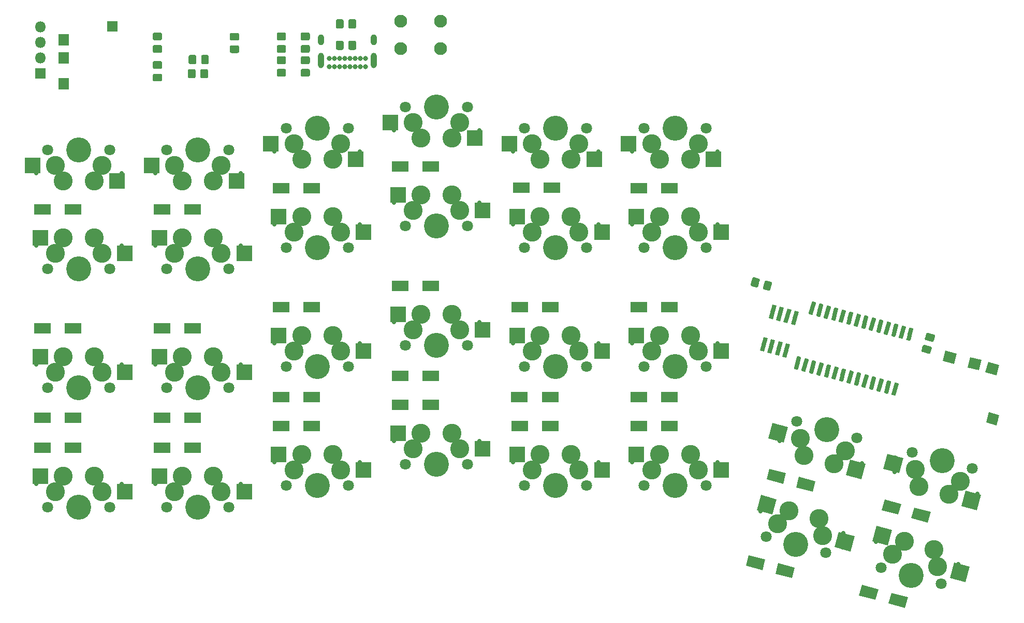
<source format=gts>
G04 #@! TF.GenerationSoftware,KiCad,Pcbnew,(5.1.4)-1*
G04 #@! TF.CreationDate,2020-05-29T20:33:55-05:00*
G04 #@! TF.ProjectId,Keeb,4b656562-2e6b-4696-9361-645f70636258,rev?*
G04 #@! TF.SameCoordinates,Original*
G04 #@! TF.FileFunction,Soldermask,Top*
G04 #@! TF.FilePolarity,Negative*
%FSLAX46Y46*%
G04 Gerber Fmt 4.6, Leading zero omitted, Abs format (unit mm)*
G04 Created by KiCad (PCBNEW (5.1.4)-1) date 2020-05-29 20:33:55*
%MOMM*%
%LPD*%
G04 APERTURE LIST*
%ADD10C,0.702000*%
%ADD11R,2.652000X2.602000*%
%ADD12C,3.102000*%
%ADD13C,1.803800*%
%ADD14C,4.089800*%
%ADD15R,2.802000X1.802000*%
%ADD16C,1.752000*%
%ADD17C,0.100000*%
%ADD18R,1.752000X1.902000*%
%ADD19R,1.752000X1.752000*%
%ADD20O,1.802000X1.802000*%
%ADD21R,1.802000X1.802000*%
%ADD22C,1.802000*%
%ADD23C,2.602000*%
%ADD24O,1.002000X1.802000*%
%ADD25O,1.002000X2.502000*%
%ADD26C,0.802000*%
%ADD27C,2.102000*%
%ADD28C,1.252000*%
G04 APERTURE END LIST*
D10*
X218253891Y-58723534D03*
X232223891Y-58723534D03*
D11*
X217678891Y-57453534D03*
X231528891Y-59993534D03*
D12*
X221428891Y-57453534D03*
X227778891Y-59993534D03*
D13*
X230318891Y-54913534D03*
X220158891Y-54913534D03*
D14*
X225238891Y-54913534D03*
D12*
X229048891Y-57453534D03*
X222698891Y-59993534D03*
D15*
X283146215Y-61097120D03*
X278146215Y-61097120D03*
D16*
X355154573Y-90714107D03*
D17*
G36*
X356299894Y-90114093D02*
G01*
X355846443Y-91806395D01*
X354009252Y-91314121D01*
X354462703Y-89621819D01*
X356299894Y-90114093D01*
X356299894Y-90114093D01*
G37*
D16*
X352256795Y-89937650D03*
D17*
G36*
X353402116Y-89337636D02*
G01*
X352948665Y-91029938D01*
X351111474Y-90537664D01*
X351564925Y-88845362D01*
X353402116Y-89337636D01*
X353402116Y-89337636D01*
G37*
D16*
X348199906Y-88850611D03*
D17*
G36*
X349345227Y-88250597D02*
G01*
X348891776Y-89942899D01*
X347054585Y-89450625D01*
X347508036Y-87758323D01*
X349345227Y-88250597D01*
X349345227Y-88250597D01*
G37*
D16*
X355221998Y-98962619D03*
D17*
G36*
X356294875Y-98343193D02*
G01*
X355841424Y-100035496D01*
X354149121Y-99582045D01*
X354602572Y-97889742D01*
X356294875Y-98343193D01*
X356294875Y-98343193D01*
G37*
D18*
X203298892Y-36867120D03*
X203298892Y-39867120D03*
X203298893Y-44067120D03*
D19*
X211248892Y-34667120D03*
D20*
X199498891Y-34813534D03*
X199498891Y-37353534D03*
X199498891Y-39893534D03*
D21*
X199498891Y-42433534D03*
D22*
X339778706Y-128685580D03*
D17*
G36*
X341365164Y-128177886D02*
G01*
X340898772Y-129918485D01*
X338192248Y-129193274D01*
X338658640Y-127452675D01*
X341365164Y-128177886D01*
X341365164Y-128177886D01*
G37*
D22*
X334949076Y-127391484D03*
D17*
G36*
X336535534Y-126883790D02*
G01*
X336069142Y-128624389D01*
X333362618Y-127899178D01*
X333829010Y-126158579D01*
X336535534Y-126883790D01*
X336535534Y-126883790D01*
G37*
D22*
X321253707Y-123810582D03*
D17*
G36*
X322840165Y-123302888D02*
G01*
X322373773Y-125043487D01*
X319667249Y-124318276D01*
X320133641Y-122577677D01*
X322840165Y-123302888D01*
X322840165Y-123302888D01*
G37*
D22*
X316424077Y-122516486D03*
D17*
G36*
X318010535Y-122008792D02*
G01*
X317544143Y-123749391D01*
X314837619Y-123024180D01*
X315304011Y-121283581D01*
X318010535Y-122008792D01*
X318010535Y-122008792D01*
G37*
D15*
X302328892Y-100163665D03*
X297328892Y-100163665D03*
X282828891Y-100163667D03*
X277828891Y-100163667D03*
X263328891Y-96663667D03*
X258328891Y-96663667D03*
X243828891Y-100163666D03*
X238828891Y-100163666D03*
X224328891Y-103663534D03*
X219328891Y-103663534D03*
X204828891Y-103663533D03*
X199828891Y-103663533D03*
D22*
X338676275Y-113424713D03*
D17*
G36*
X337089817Y-113932407D02*
G01*
X337556209Y-112191808D01*
X340262733Y-112917019D01*
X339796341Y-114657618D01*
X337089817Y-113932407D01*
X337089817Y-113932407D01*
G37*
D22*
X343505905Y-114718809D03*
D17*
G36*
X341919447Y-115226503D02*
G01*
X342385839Y-113485904D01*
X345092363Y-114211115D01*
X344625971Y-115951714D01*
X341919447Y-115226503D01*
X341919447Y-115226503D01*
G37*
D22*
X324666206Y-109673081D03*
D17*
G36*
X326252664Y-109165387D02*
G01*
X325786272Y-110905986D01*
X323079748Y-110180775D01*
X323546140Y-108440176D01*
X326252664Y-109165387D01*
X326252664Y-109165387D01*
G37*
D22*
X319836576Y-108378985D03*
D17*
G36*
X321423034Y-107871291D02*
G01*
X320956642Y-109611890D01*
X318250118Y-108886679D01*
X318716510Y-107146080D01*
X321423034Y-107871291D01*
X321423034Y-107871291D01*
G37*
D15*
X302326391Y-95376034D03*
X297326391Y-95376034D03*
X282826392Y-95376032D03*
X277826392Y-95376032D03*
X263326391Y-91963534D03*
X258326391Y-91963534D03*
X243826393Y-95376034D03*
X238826393Y-95376034D03*
X224326392Y-98788532D03*
X219326392Y-98788532D03*
X204826391Y-98788533D03*
X199826391Y-98788533D03*
X302328891Y-80663667D03*
X297328891Y-80663667D03*
X282828891Y-80663667D03*
X277828891Y-80663667D03*
X263328893Y-77163667D03*
X258328893Y-77163667D03*
X243828892Y-80663667D03*
X238828892Y-80663667D03*
X224328891Y-84163532D03*
X219328891Y-84163532D03*
X204828891Y-84163534D03*
X199828891Y-84163534D03*
X302328891Y-61163667D03*
X297328891Y-61163667D03*
X263328891Y-57663666D03*
X258328891Y-57663666D03*
X243828891Y-61163665D03*
X238828891Y-61163665D03*
X224328891Y-64663534D03*
X219328891Y-64663534D03*
X204826391Y-64663535D03*
X199826391Y-64663535D03*
D10*
X349607210Y-122744987D03*
X336113227Y-119129285D03*
D23*
X349833918Y-124120533D03*
D17*
G36*
X351451459Y-123207058D02*
G01*
X350778012Y-125720397D01*
X348216377Y-125034008D01*
X348889824Y-122520669D01*
X351451459Y-123207058D01*
X351451459Y-123207058D01*
G37*
D23*
X337113245Y-118082438D03*
D17*
G36*
X338730786Y-117168963D02*
G01*
X338057339Y-119682302D01*
X335495704Y-118995913D01*
X336169151Y-116482574D01*
X338730786Y-117168963D01*
X338730786Y-117168963D01*
G37*
D12*
X346211696Y-123149962D03*
X340735467Y-119053009D03*
D13*
X336967215Y-123302512D03*
X346781021Y-125932114D03*
D14*
X341874118Y-124617313D03*
D12*
X338851341Y-121177761D03*
X345642370Y-120367810D03*
D10*
X330771657Y-117698015D03*
X317277674Y-114082313D03*
D23*
X330998365Y-119073561D03*
D17*
G36*
X332615906Y-118160086D02*
G01*
X331942459Y-120673425D01*
X329380824Y-119987036D01*
X330054271Y-117473697D01*
X332615906Y-118160086D01*
X332615906Y-118160086D01*
G37*
D23*
X318277692Y-113035466D03*
D17*
G36*
X319895233Y-112121991D02*
G01*
X319221786Y-114635330D01*
X316660151Y-113948941D01*
X317333598Y-111435602D01*
X319895233Y-112121991D01*
X319895233Y-112121991D01*
G37*
D12*
X327376143Y-118102990D03*
X321899914Y-114006037D03*
D13*
X318131662Y-118255540D03*
X327945468Y-120885142D03*
D14*
X323038565Y-119570341D03*
D12*
X320015788Y-116130789D03*
X326806817Y-115320838D03*
D10*
X310223893Y-106103667D03*
X296253893Y-106103667D03*
D11*
X310798893Y-107373667D03*
X296948893Y-104833667D03*
D12*
X307048893Y-107373667D03*
X300698893Y-104833667D03*
D13*
X298158893Y-109913667D03*
X308318893Y-109913667D03*
D14*
X303238893Y-109913667D03*
D12*
X299428893Y-107373667D03*
X305778893Y-104833667D03*
D10*
X290723891Y-106103667D03*
X276753891Y-106103667D03*
D11*
X291298891Y-107373667D03*
X277448891Y-104833667D03*
D12*
X287548891Y-107373667D03*
X281198891Y-104833667D03*
D13*
X278658891Y-109913667D03*
X288818891Y-109913667D03*
D14*
X283738891Y-109913667D03*
D12*
X279928891Y-107373667D03*
X286278891Y-104833667D03*
D10*
X271223891Y-102603667D03*
X257253891Y-102603667D03*
D11*
X271798891Y-103873667D03*
X257948891Y-101333667D03*
D12*
X268048891Y-103873667D03*
X261698891Y-101333667D03*
D13*
X259158891Y-106413667D03*
X269318891Y-106413667D03*
D14*
X264238891Y-106413667D03*
D12*
X260428891Y-103873667D03*
X266778891Y-101333667D03*
D10*
X251723891Y-106103665D03*
X237753891Y-106103665D03*
D11*
X252298891Y-107373665D03*
X238448891Y-104833665D03*
D12*
X248548891Y-107373665D03*
X242198891Y-104833665D03*
D13*
X239658891Y-109913665D03*
X249818891Y-109913665D03*
D14*
X244738891Y-109913665D03*
D12*
X240928891Y-107373665D03*
X247278891Y-104833665D03*
D10*
X232223891Y-109603534D03*
X218253891Y-109603534D03*
D11*
X232798891Y-110873534D03*
X218948891Y-108333534D03*
D12*
X229048891Y-110873534D03*
X222698891Y-108333534D03*
D13*
X220158891Y-113413534D03*
X230318891Y-113413534D03*
D14*
X225238891Y-113413534D03*
D12*
X221428891Y-110873534D03*
X227778891Y-108333534D03*
D10*
X212723891Y-109603534D03*
X198753891Y-109603534D03*
D11*
X213298891Y-110873534D03*
X199448891Y-108333534D03*
D12*
X209548891Y-110873534D03*
X203198891Y-108333534D03*
D13*
X200658891Y-113413534D03*
X210818891Y-113413534D03*
D14*
X205738891Y-113413534D03*
D12*
X201928891Y-110873534D03*
X208278891Y-108333534D03*
D10*
X339187998Y-107654086D03*
X352681981Y-111269788D03*
D23*
X338961290Y-106278540D03*
D17*
G36*
X337343749Y-107192015D02*
G01*
X338017196Y-104678676D01*
X340578831Y-105365065D01*
X339905384Y-107878404D01*
X337343749Y-107192015D01*
X337343749Y-107192015D01*
G37*
D23*
X351681963Y-112316635D03*
D17*
G36*
X350064422Y-113230110D02*
G01*
X350737869Y-110716771D01*
X353299504Y-111403160D01*
X352626057Y-113916499D01*
X350064422Y-113230110D01*
X350064422Y-113230110D01*
G37*
D12*
X342583512Y-107249111D03*
X348059741Y-111346064D03*
D13*
X351827993Y-107096561D03*
X342014187Y-104466959D03*
D14*
X346921090Y-105781760D03*
D12*
X349943867Y-109221312D03*
X343152838Y-110031263D03*
D10*
X320352444Y-102607115D03*
X333846427Y-106222817D03*
D23*
X320125736Y-101231569D03*
D17*
G36*
X318508195Y-102145044D02*
G01*
X319181642Y-99631705D01*
X321743277Y-100318094D01*
X321069830Y-102831433D01*
X318508195Y-102145044D01*
X318508195Y-102145044D01*
G37*
D23*
X332846409Y-107269664D03*
D17*
G36*
X331228868Y-108183139D02*
G01*
X331902315Y-105669800D01*
X334463950Y-106356189D01*
X333790503Y-108869528D01*
X331228868Y-108183139D01*
X331228868Y-108183139D01*
G37*
D12*
X323747958Y-102202140D03*
X329224187Y-106299093D03*
D13*
X332992439Y-102049590D03*
X323178633Y-99419988D03*
D14*
X328085536Y-100734789D03*
D12*
X331108313Y-104174341D03*
X324317284Y-104984292D03*
D10*
X310223891Y-86603667D03*
X296253891Y-86603667D03*
D11*
X310798891Y-87873667D03*
X296948891Y-85333667D03*
D12*
X307048891Y-87873667D03*
X300698891Y-85333667D03*
D13*
X298158891Y-90413667D03*
X308318891Y-90413667D03*
D14*
X303238891Y-90413667D03*
D12*
X299428891Y-87873667D03*
X305778891Y-85333667D03*
D10*
X290723893Y-86603667D03*
X276753893Y-86603667D03*
D11*
X291298893Y-87873667D03*
X277448893Y-85333667D03*
D12*
X287548893Y-87873667D03*
X281198893Y-85333667D03*
D13*
X278658893Y-90413667D03*
X288818893Y-90413667D03*
D14*
X283738893Y-90413667D03*
D12*
X279928893Y-87873667D03*
X286278893Y-85333667D03*
D10*
X271223889Y-83103667D03*
X257253889Y-83103667D03*
D11*
X271798889Y-84373667D03*
X257948889Y-81833667D03*
D12*
X268048889Y-84373667D03*
X261698889Y-81833667D03*
D13*
X259158889Y-86913667D03*
X269318889Y-86913667D03*
D14*
X264238889Y-86913667D03*
D12*
X260428889Y-84373667D03*
X266778889Y-81833667D03*
D10*
X251723891Y-86603667D03*
X237753891Y-86603667D03*
D11*
X252298891Y-87873667D03*
X238448891Y-85333667D03*
D12*
X248548891Y-87873667D03*
X242198891Y-85333667D03*
D13*
X239658891Y-90413667D03*
X249818891Y-90413667D03*
D14*
X244738891Y-90413667D03*
D12*
X240928891Y-87873667D03*
X247278891Y-85333667D03*
D10*
X232223891Y-90103534D03*
X218253891Y-90103534D03*
D11*
X232798891Y-91373534D03*
X218948891Y-88833534D03*
D12*
X229048891Y-91373534D03*
X222698891Y-88833534D03*
D13*
X220158891Y-93913534D03*
X230318891Y-93913534D03*
D14*
X225238891Y-93913534D03*
D12*
X221428891Y-91373534D03*
X227778891Y-88833534D03*
D10*
X212723891Y-90103532D03*
X198753891Y-90103532D03*
D11*
X213298891Y-91373532D03*
X199448891Y-88833532D03*
D12*
X209548891Y-91373532D03*
X203198891Y-88833532D03*
D13*
X200658891Y-93913532D03*
X210818891Y-93913532D03*
D14*
X205738891Y-93913532D03*
D12*
X201928891Y-91373532D03*
X208278891Y-88833532D03*
D10*
X310223891Y-67103667D03*
X296253891Y-67103667D03*
D11*
X310798891Y-68373667D03*
X296948891Y-65833667D03*
D12*
X307048891Y-68373667D03*
X300698891Y-65833667D03*
D13*
X298158891Y-70913667D03*
X308318891Y-70913667D03*
D14*
X303238891Y-70913667D03*
D12*
X299428891Y-68373667D03*
X305778891Y-65833667D03*
D10*
X290723891Y-67103665D03*
X276753891Y-67103665D03*
D11*
X291298891Y-68373665D03*
X277448891Y-65833665D03*
D12*
X287548891Y-68373665D03*
X281198891Y-65833665D03*
D13*
X278658891Y-70913665D03*
X288818891Y-70913665D03*
D14*
X283738891Y-70913665D03*
D12*
X279928891Y-68373665D03*
X286278891Y-65833665D03*
D10*
X271223892Y-63603665D03*
X257253892Y-63603665D03*
D11*
X271798892Y-64873665D03*
X257948892Y-62333665D03*
D12*
X268048892Y-64873665D03*
X261698892Y-62333665D03*
D13*
X259158892Y-67413665D03*
X269318892Y-67413665D03*
D14*
X264238892Y-67413665D03*
D12*
X260428892Y-64873665D03*
X266778892Y-62333665D03*
D10*
X251723891Y-67103667D03*
X237753891Y-67103667D03*
D11*
X252298891Y-68373667D03*
X238448891Y-65833667D03*
D12*
X248548891Y-68373667D03*
X242198891Y-65833667D03*
D13*
X239658891Y-70913667D03*
X249818891Y-70913667D03*
D14*
X244738891Y-70913667D03*
D12*
X240928891Y-68373667D03*
X247278891Y-65833667D03*
D10*
X232223892Y-70603532D03*
X218253892Y-70603532D03*
D11*
X232798892Y-71873532D03*
X218948892Y-69333532D03*
D12*
X229048892Y-71873532D03*
X222698892Y-69333532D03*
D13*
X220158892Y-74413532D03*
X230318892Y-74413532D03*
D14*
X225238892Y-74413532D03*
D12*
X221428892Y-71873532D03*
X227778892Y-69333532D03*
D10*
X212723891Y-70603534D03*
X198753891Y-70603534D03*
D11*
X213298891Y-71873534D03*
X199448891Y-69333534D03*
D12*
X209548891Y-71873534D03*
X203198891Y-69333534D03*
D13*
X200658891Y-74413534D03*
X210818891Y-74413534D03*
D14*
X205738891Y-74413534D03*
D12*
X201928891Y-71873534D03*
X208278891Y-69333534D03*
D10*
X296253891Y-55223665D03*
X310223891Y-55223665D03*
D11*
X295678891Y-53953665D03*
X309528891Y-56493665D03*
D12*
X299428891Y-53953665D03*
X305778891Y-56493665D03*
D13*
X308318891Y-51413665D03*
X298158891Y-51413665D03*
D14*
X303238891Y-51413665D03*
D12*
X307048891Y-53953665D03*
X300698891Y-56493665D03*
D10*
X276753891Y-55223667D03*
X290723891Y-55223667D03*
D11*
X276178891Y-53953667D03*
X290028891Y-56493667D03*
D12*
X279928891Y-53953667D03*
X286278891Y-56493667D03*
D13*
X288818891Y-51413667D03*
X278658891Y-51413667D03*
D14*
X283738891Y-51413667D03*
D12*
X287548891Y-53953667D03*
X281198891Y-56493667D03*
D10*
X257253893Y-51723666D03*
X271223893Y-51723666D03*
D11*
X256678893Y-50453666D03*
X270528893Y-52993666D03*
D12*
X260428893Y-50453666D03*
X266778893Y-52993666D03*
D13*
X269318893Y-47913666D03*
X259158893Y-47913666D03*
D14*
X264238893Y-47913666D03*
D12*
X268048893Y-50453666D03*
X261698893Y-52993666D03*
D10*
X237753891Y-55223667D03*
X251723891Y-55223667D03*
D11*
X237178891Y-53953667D03*
X251028891Y-56493667D03*
D12*
X240928891Y-53953667D03*
X247278891Y-56493667D03*
D13*
X249818891Y-51413667D03*
X239658891Y-51413667D03*
D14*
X244738891Y-51413667D03*
D12*
X248548891Y-53953667D03*
X242198891Y-56493667D03*
D10*
X198753890Y-58723666D03*
X212723890Y-58723666D03*
D11*
X198178890Y-57453666D03*
X212028890Y-59993666D03*
D12*
X201928890Y-57453666D03*
X208278890Y-59993666D03*
D13*
X210818890Y-54913666D03*
X200658890Y-54913666D03*
D14*
X205738890Y-54913666D03*
D12*
X209548890Y-57453666D03*
X203198890Y-59993666D03*
D24*
X253988891Y-36903534D03*
X245338891Y-36903534D03*
D25*
X253988891Y-40283534D03*
X245338891Y-40283534D03*
D26*
X250088891Y-39913534D03*
X252638891Y-39913534D03*
X251788891Y-39913534D03*
X250938891Y-39913534D03*
X246688891Y-39913534D03*
X248388891Y-39913534D03*
X249238891Y-39913534D03*
X247538891Y-39913534D03*
X252638891Y-41263534D03*
X251788891Y-41263534D03*
X250938891Y-41263534D03*
X250088891Y-41263534D03*
X249238891Y-41263534D03*
X248388891Y-41263534D03*
X247538891Y-41263534D03*
X246688891Y-41263534D03*
D17*
G36*
X341725729Y-84021294D02*
G01*
X341742839Y-84023262D01*
X341759674Y-84026898D01*
X342098714Y-84117744D01*
X342115111Y-84123013D01*
X342130913Y-84129863D01*
X342145967Y-84138229D01*
X342160129Y-84148031D01*
X342173262Y-84159173D01*
X342185239Y-84171549D01*
X342195946Y-84185039D01*
X342205279Y-84199514D01*
X342213148Y-84214834D01*
X342219477Y-84230852D01*
X342224206Y-84247412D01*
X342227290Y-84264357D01*
X342228697Y-84281522D01*
X342228415Y-84298742D01*
X342226447Y-84315852D01*
X342222811Y-84332687D01*
X341756677Y-86072319D01*
X341751408Y-86088716D01*
X341744558Y-86104518D01*
X341736192Y-86119572D01*
X341726390Y-86133734D01*
X341715248Y-86146867D01*
X341702872Y-86158844D01*
X341689382Y-86169551D01*
X341674907Y-86178884D01*
X341659587Y-86186753D01*
X341643570Y-86193082D01*
X341627009Y-86197811D01*
X341610064Y-86200895D01*
X341592899Y-86202302D01*
X341575679Y-86202020D01*
X341558569Y-86200052D01*
X341541734Y-86196416D01*
X341202694Y-86105570D01*
X341186297Y-86100301D01*
X341170495Y-86093451D01*
X341155441Y-86085085D01*
X341141279Y-86075283D01*
X341128146Y-86064141D01*
X341116169Y-86051765D01*
X341105462Y-86038275D01*
X341096129Y-86023800D01*
X341088260Y-86008480D01*
X341081931Y-85992462D01*
X341077202Y-85975902D01*
X341074118Y-85958957D01*
X341072711Y-85941792D01*
X341072993Y-85924572D01*
X341074961Y-85907462D01*
X341078597Y-85890627D01*
X341544731Y-84150995D01*
X341550000Y-84134598D01*
X341556850Y-84118796D01*
X341565216Y-84103742D01*
X341575018Y-84089580D01*
X341586160Y-84076447D01*
X341598536Y-84064470D01*
X341612026Y-84053763D01*
X341626501Y-84044430D01*
X341641821Y-84036561D01*
X341657838Y-84030232D01*
X341674399Y-84025503D01*
X341691344Y-84022419D01*
X341708509Y-84021012D01*
X341725729Y-84021294D01*
X341725729Y-84021294D01*
G37*
D10*
X341650704Y-85111657D03*
D17*
G36*
X340499003Y-83692594D02*
G01*
X340516113Y-83694562D01*
X340532948Y-83698198D01*
X340871988Y-83789044D01*
X340888385Y-83794313D01*
X340904187Y-83801163D01*
X340919241Y-83809529D01*
X340933403Y-83819331D01*
X340946536Y-83830473D01*
X340958513Y-83842849D01*
X340969220Y-83856339D01*
X340978553Y-83870814D01*
X340986422Y-83886134D01*
X340992751Y-83902152D01*
X340997480Y-83918712D01*
X341000564Y-83935657D01*
X341001971Y-83952822D01*
X341001689Y-83970042D01*
X340999721Y-83987152D01*
X340996085Y-84003987D01*
X340529951Y-85743619D01*
X340524682Y-85760016D01*
X340517832Y-85775818D01*
X340509466Y-85790872D01*
X340499664Y-85805034D01*
X340488522Y-85818167D01*
X340476146Y-85830144D01*
X340462656Y-85840851D01*
X340448181Y-85850184D01*
X340432861Y-85858053D01*
X340416844Y-85864382D01*
X340400283Y-85869111D01*
X340383338Y-85872195D01*
X340366173Y-85873602D01*
X340348953Y-85873320D01*
X340331843Y-85871352D01*
X340315008Y-85867716D01*
X339975968Y-85776870D01*
X339959571Y-85771601D01*
X339943769Y-85764751D01*
X339928715Y-85756385D01*
X339914553Y-85746583D01*
X339901420Y-85735441D01*
X339889443Y-85723065D01*
X339878736Y-85709575D01*
X339869403Y-85695100D01*
X339861534Y-85679780D01*
X339855205Y-85663762D01*
X339850476Y-85647202D01*
X339847392Y-85630257D01*
X339845985Y-85613092D01*
X339846267Y-85595872D01*
X339848235Y-85578762D01*
X339851871Y-85561927D01*
X340318005Y-83822295D01*
X340323274Y-83805898D01*
X340330124Y-83790096D01*
X340338490Y-83775042D01*
X340348292Y-83760880D01*
X340359434Y-83747747D01*
X340371810Y-83735770D01*
X340385300Y-83725063D01*
X340399775Y-83715730D01*
X340415095Y-83707861D01*
X340431112Y-83701532D01*
X340447673Y-83696803D01*
X340464618Y-83693719D01*
X340481783Y-83692312D01*
X340499003Y-83692594D01*
X340499003Y-83692594D01*
G37*
D10*
X340423978Y-84782957D03*
D17*
G36*
X339272278Y-83363894D02*
G01*
X339289388Y-83365862D01*
X339306223Y-83369498D01*
X339645263Y-83460344D01*
X339661660Y-83465613D01*
X339677462Y-83472463D01*
X339692516Y-83480829D01*
X339706678Y-83490631D01*
X339719811Y-83501773D01*
X339731788Y-83514149D01*
X339742495Y-83527639D01*
X339751828Y-83542114D01*
X339759697Y-83557434D01*
X339766026Y-83573452D01*
X339770755Y-83590012D01*
X339773839Y-83606957D01*
X339775246Y-83624122D01*
X339774964Y-83641342D01*
X339772996Y-83658452D01*
X339769360Y-83675287D01*
X339303226Y-85414919D01*
X339297957Y-85431316D01*
X339291107Y-85447118D01*
X339282741Y-85462172D01*
X339272939Y-85476334D01*
X339261797Y-85489467D01*
X339249421Y-85501444D01*
X339235931Y-85512151D01*
X339221456Y-85521484D01*
X339206136Y-85529353D01*
X339190119Y-85535682D01*
X339173558Y-85540411D01*
X339156613Y-85543495D01*
X339139448Y-85544902D01*
X339122228Y-85544620D01*
X339105118Y-85542652D01*
X339088283Y-85539016D01*
X338749243Y-85448170D01*
X338732846Y-85442901D01*
X338717044Y-85436051D01*
X338701990Y-85427685D01*
X338687828Y-85417883D01*
X338674695Y-85406741D01*
X338662718Y-85394365D01*
X338652011Y-85380875D01*
X338642678Y-85366400D01*
X338634809Y-85351080D01*
X338628480Y-85335062D01*
X338623751Y-85318502D01*
X338620667Y-85301557D01*
X338619260Y-85284392D01*
X338619542Y-85267172D01*
X338621510Y-85250062D01*
X338625146Y-85233227D01*
X339091280Y-83493595D01*
X339096549Y-83477198D01*
X339103399Y-83461396D01*
X339111765Y-83446342D01*
X339121567Y-83432180D01*
X339132709Y-83419047D01*
X339145085Y-83407070D01*
X339158575Y-83396363D01*
X339173050Y-83387030D01*
X339188370Y-83379161D01*
X339204387Y-83372832D01*
X339220948Y-83368103D01*
X339237893Y-83365019D01*
X339255058Y-83363612D01*
X339272278Y-83363894D01*
X339272278Y-83363894D01*
G37*
D10*
X339197253Y-84454257D03*
D17*
G36*
X338045552Y-83035194D02*
G01*
X338062662Y-83037162D01*
X338079497Y-83040798D01*
X338418537Y-83131644D01*
X338434934Y-83136913D01*
X338450736Y-83143763D01*
X338465790Y-83152129D01*
X338479952Y-83161931D01*
X338493085Y-83173073D01*
X338505062Y-83185449D01*
X338515769Y-83198939D01*
X338525102Y-83213414D01*
X338532971Y-83228734D01*
X338539300Y-83244752D01*
X338544029Y-83261312D01*
X338547113Y-83278257D01*
X338548520Y-83295422D01*
X338548238Y-83312642D01*
X338546270Y-83329752D01*
X338542634Y-83346587D01*
X338076500Y-85086219D01*
X338071231Y-85102616D01*
X338064381Y-85118418D01*
X338056015Y-85133472D01*
X338046213Y-85147634D01*
X338035071Y-85160767D01*
X338022695Y-85172744D01*
X338009205Y-85183451D01*
X337994730Y-85192784D01*
X337979410Y-85200653D01*
X337963393Y-85206982D01*
X337946832Y-85211711D01*
X337929887Y-85214795D01*
X337912722Y-85216202D01*
X337895502Y-85215920D01*
X337878392Y-85213952D01*
X337861557Y-85210316D01*
X337522517Y-85119470D01*
X337506120Y-85114201D01*
X337490318Y-85107351D01*
X337475264Y-85098985D01*
X337461102Y-85089183D01*
X337447969Y-85078041D01*
X337435992Y-85065665D01*
X337425285Y-85052175D01*
X337415952Y-85037700D01*
X337408083Y-85022380D01*
X337401754Y-85006362D01*
X337397025Y-84989802D01*
X337393941Y-84972857D01*
X337392534Y-84955692D01*
X337392816Y-84938472D01*
X337394784Y-84921362D01*
X337398420Y-84904527D01*
X337864554Y-83164895D01*
X337869823Y-83148498D01*
X337876673Y-83132696D01*
X337885039Y-83117642D01*
X337894841Y-83103480D01*
X337905983Y-83090347D01*
X337918359Y-83078370D01*
X337931849Y-83067663D01*
X337946324Y-83058330D01*
X337961644Y-83050461D01*
X337977661Y-83044132D01*
X337994222Y-83039403D01*
X338011167Y-83036319D01*
X338028332Y-83034912D01*
X338045552Y-83035194D01*
X338045552Y-83035194D01*
G37*
D10*
X337970527Y-84125557D03*
D17*
G36*
X336818826Y-82706493D02*
G01*
X336835936Y-82708461D01*
X336852771Y-82712097D01*
X337191811Y-82802943D01*
X337208208Y-82808212D01*
X337224010Y-82815062D01*
X337239064Y-82823428D01*
X337253226Y-82833230D01*
X337266359Y-82844372D01*
X337278336Y-82856748D01*
X337289043Y-82870238D01*
X337298376Y-82884713D01*
X337306245Y-82900033D01*
X337312574Y-82916051D01*
X337317303Y-82932611D01*
X337320387Y-82949556D01*
X337321794Y-82966721D01*
X337321512Y-82983941D01*
X337319544Y-83001051D01*
X337315908Y-83017886D01*
X336849774Y-84757518D01*
X336844505Y-84773915D01*
X336837655Y-84789717D01*
X336829289Y-84804771D01*
X336819487Y-84818933D01*
X336808345Y-84832066D01*
X336795969Y-84844043D01*
X336782479Y-84854750D01*
X336768004Y-84864083D01*
X336752684Y-84871952D01*
X336736667Y-84878281D01*
X336720106Y-84883010D01*
X336703161Y-84886094D01*
X336685996Y-84887501D01*
X336668776Y-84887219D01*
X336651666Y-84885251D01*
X336634831Y-84881615D01*
X336295791Y-84790769D01*
X336279394Y-84785500D01*
X336263592Y-84778650D01*
X336248538Y-84770284D01*
X336234376Y-84760482D01*
X336221243Y-84749340D01*
X336209266Y-84736964D01*
X336198559Y-84723474D01*
X336189226Y-84708999D01*
X336181357Y-84693679D01*
X336175028Y-84677661D01*
X336170299Y-84661101D01*
X336167215Y-84644156D01*
X336165808Y-84626991D01*
X336166090Y-84609771D01*
X336168058Y-84592661D01*
X336171694Y-84575826D01*
X336637828Y-82836194D01*
X336643097Y-82819797D01*
X336649947Y-82803995D01*
X336658313Y-82788941D01*
X336668115Y-82774779D01*
X336679257Y-82761646D01*
X336691633Y-82749669D01*
X336705123Y-82738962D01*
X336719598Y-82729629D01*
X336734918Y-82721760D01*
X336750935Y-82715431D01*
X336767496Y-82710702D01*
X336784441Y-82707618D01*
X336801606Y-82706211D01*
X336818826Y-82706493D01*
X336818826Y-82706493D01*
G37*
D10*
X336743801Y-83796856D03*
D17*
G36*
X335592100Y-82377793D02*
G01*
X335609210Y-82379761D01*
X335626045Y-82383397D01*
X335965085Y-82474243D01*
X335981482Y-82479512D01*
X335997284Y-82486362D01*
X336012338Y-82494728D01*
X336026500Y-82504530D01*
X336039633Y-82515672D01*
X336051610Y-82528048D01*
X336062317Y-82541538D01*
X336071650Y-82556013D01*
X336079519Y-82571333D01*
X336085848Y-82587351D01*
X336090577Y-82603911D01*
X336093661Y-82620856D01*
X336095068Y-82638021D01*
X336094786Y-82655241D01*
X336092818Y-82672351D01*
X336089182Y-82689186D01*
X335623048Y-84428818D01*
X335617779Y-84445215D01*
X335610929Y-84461017D01*
X335602563Y-84476071D01*
X335592761Y-84490233D01*
X335581619Y-84503366D01*
X335569243Y-84515343D01*
X335555753Y-84526050D01*
X335541278Y-84535383D01*
X335525958Y-84543252D01*
X335509941Y-84549581D01*
X335493380Y-84554310D01*
X335476435Y-84557394D01*
X335459270Y-84558801D01*
X335442050Y-84558519D01*
X335424940Y-84556551D01*
X335408105Y-84552915D01*
X335069065Y-84462069D01*
X335052668Y-84456800D01*
X335036866Y-84449950D01*
X335021812Y-84441584D01*
X335007650Y-84431782D01*
X334994517Y-84420640D01*
X334982540Y-84408264D01*
X334971833Y-84394774D01*
X334962500Y-84380299D01*
X334954631Y-84364979D01*
X334948302Y-84348961D01*
X334943573Y-84332401D01*
X334940489Y-84315456D01*
X334939082Y-84298291D01*
X334939364Y-84281071D01*
X334941332Y-84263961D01*
X334944968Y-84247126D01*
X335411102Y-82507494D01*
X335416371Y-82491097D01*
X335423221Y-82475295D01*
X335431587Y-82460241D01*
X335441389Y-82446079D01*
X335452531Y-82432946D01*
X335464907Y-82420969D01*
X335478397Y-82410262D01*
X335492872Y-82400929D01*
X335508192Y-82393060D01*
X335524209Y-82386731D01*
X335540770Y-82382002D01*
X335557715Y-82378918D01*
X335574880Y-82377511D01*
X335592100Y-82377793D01*
X335592100Y-82377793D01*
G37*
D10*
X335517075Y-83468156D03*
D17*
G36*
X334365374Y-82049093D02*
G01*
X334382484Y-82051061D01*
X334399319Y-82054697D01*
X334738359Y-82145543D01*
X334754756Y-82150812D01*
X334770558Y-82157662D01*
X334785612Y-82166028D01*
X334799774Y-82175830D01*
X334812907Y-82186972D01*
X334824884Y-82199348D01*
X334835591Y-82212838D01*
X334844924Y-82227313D01*
X334852793Y-82242633D01*
X334859122Y-82258651D01*
X334863851Y-82275211D01*
X334866935Y-82292156D01*
X334868342Y-82309321D01*
X334868060Y-82326541D01*
X334866092Y-82343651D01*
X334862456Y-82360486D01*
X334396322Y-84100118D01*
X334391053Y-84116515D01*
X334384203Y-84132317D01*
X334375837Y-84147371D01*
X334366035Y-84161533D01*
X334354893Y-84174666D01*
X334342517Y-84186643D01*
X334329027Y-84197350D01*
X334314552Y-84206683D01*
X334299232Y-84214552D01*
X334283215Y-84220881D01*
X334266654Y-84225610D01*
X334249709Y-84228694D01*
X334232544Y-84230101D01*
X334215324Y-84229819D01*
X334198214Y-84227851D01*
X334181379Y-84224215D01*
X333842339Y-84133369D01*
X333825942Y-84128100D01*
X333810140Y-84121250D01*
X333795086Y-84112884D01*
X333780924Y-84103082D01*
X333767791Y-84091940D01*
X333755814Y-84079564D01*
X333745107Y-84066074D01*
X333735774Y-84051599D01*
X333727905Y-84036279D01*
X333721576Y-84020261D01*
X333716847Y-84003701D01*
X333713763Y-83986756D01*
X333712356Y-83969591D01*
X333712638Y-83952371D01*
X333714606Y-83935261D01*
X333718242Y-83918426D01*
X334184376Y-82178794D01*
X334189645Y-82162397D01*
X334196495Y-82146595D01*
X334204861Y-82131541D01*
X334214663Y-82117379D01*
X334225805Y-82104246D01*
X334238181Y-82092269D01*
X334251671Y-82081562D01*
X334266146Y-82072229D01*
X334281466Y-82064360D01*
X334297483Y-82058031D01*
X334314044Y-82053302D01*
X334330989Y-82050218D01*
X334348154Y-82048811D01*
X334365374Y-82049093D01*
X334365374Y-82049093D01*
G37*
D10*
X334290349Y-83139456D03*
D17*
G36*
X333138649Y-81720393D02*
G01*
X333155759Y-81722361D01*
X333172594Y-81725997D01*
X333511634Y-81816843D01*
X333528031Y-81822112D01*
X333543833Y-81828962D01*
X333558887Y-81837328D01*
X333573049Y-81847130D01*
X333586182Y-81858272D01*
X333598159Y-81870648D01*
X333608866Y-81884138D01*
X333618199Y-81898613D01*
X333626068Y-81913933D01*
X333632397Y-81929951D01*
X333637126Y-81946511D01*
X333640210Y-81963456D01*
X333641617Y-81980621D01*
X333641335Y-81997841D01*
X333639367Y-82014951D01*
X333635731Y-82031786D01*
X333169597Y-83771418D01*
X333164328Y-83787815D01*
X333157478Y-83803617D01*
X333149112Y-83818671D01*
X333139310Y-83832833D01*
X333128168Y-83845966D01*
X333115792Y-83857943D01*
X333102302Y-83868650D01*
X333087827Y-83877983D01*
X333072507Y-83885852D01*
X333056490Y-83892181D01*
X333039929Y-83896910D01*
X333022984Y-83899994D01*
X333005819Y-83901401D01*
X332988599Y-83901119D01*
X332971489Y-83899151D01*
X332954654Y-83895515D01*
X332615614Y-83804669D01*
X332599217Y-83799400D01*
X332583415Y-83792550D01*
X332568361Y-83784184D01*
X332554199Y-83774382D01*
X332541066Y-83763240D01*
X332529089Y-83750864D01*
X332518382Y-83737374D01*
X332509049Y-83722899D01*
X332501180Y-83707579D01*
X332494851Y-83691561D01*
X332490122Y-83675001D01*
X332487038Y-83658056D01*
X332485631Y-83640891D01*
X332485913Y-83623671D01*
X332487881Y-83606561D01*
X332491517Y-83589726D01*
X332957651Y-81850094D01*
X332962920Y-81833697D01*
X332969770Y-81817895D01*
X332978136Y-81802841D01*
X332987938Y-81788679D01*
X332999080Y-81775546D01*
X333011456Y-81763569D01*
X333024946Y-81752862D01*
X333039421Y-81743529D01*
X333054741Y-81735660D01*
X333070758Y-81729331D01*
X333087319Y-81724602D01*
X333104264Y-81721518D01*
X333121429Y-81720111D01*
X333138649Y-81720393D01*
X333138649Y-81720393D01*
G37*
D10*
X333063624Y-82810756D03*
D17*
G36*
X331911923Y-81391693D02*
G01*
X331929033Y-81393661D01*
X331945868Y-81397297D01*
X332284908Y-81488143D01*
X332301305Y-81493412D01*
X332317107Y-81500262D01*
X332332161Y-81508628D01*
X332346323Y-81518430D01*
X332359456Y-81529572D01*
X332371433Y-81541948D01*
X332382140Y-81555438D01*
X332391473Y-81569913D01*
X332399342Y-81585233D01*
X332405671Y-81601251D01*
X332410400Y-81617811D01*
X332413484Y-81634756D01*
X332414891Y-81651921D01*
X332414609Y-81669141D01*
X332412641Y-81686251D01*
X332409005Y-81703086D01*
X331942871Y-83442718D01*
X331937602Y-83459115D01*
X331930752Y-83474917D01*
X331922386Y-83489971D01*
X331912584Y-83504133D01*
X331901442Y-83517266D01*
X331889066Y-83529243D01*
X331875576Y-83539950D01*
X331861101Y-83549283D01*
X331845781Y-83557152D01*
X331829764Y-83563481D01*
X331813203Y-83568210D01*
X331796258Y-83571294D01*
X331779093Y-83572701D01*
X331761873Y-83572419D01*
X331744763Y-83570451D01*
X331727928Y-83566815D01*
X331388888Y-83475969D01*
X331372491Y-83470700D01*
X331356689Y-83463850D01*
X331341635Y-83455484D01*
X331327473Y-83445682D01*
X331314340Y-83434540D01*
X331302363Y-83422164D01*
X331291656Y-83408674D01*
X331282323Y-83394199D01*
X331274454Y-83378879D01*
X331268125Y-83362861D01*
X331263396Y-83346301D01*
X331260312Y-83329356D01*
X331258905Y-83312191D01*
X331259187Y-83294971D01*
X331261155Y-83277861D01*
X331264791Y-83261026D01*
X331730925Y-81521394D01*
X331736194Y-81504997D01*
X331743044Y-81489195D01*
X331751410Y-81474141D01*
X331761212Y-81459979D01*
X331772354Y-81446846D01*
X331784730Y-81434869D01*
X331798220Y-81424162D01*
X331812695Y-81414829D01*
X331828015Y-81406960D01*
X331844032Y-81400631D01*
X331860593Y-81395902D01*
X331877538Y-81392818D01*
X331894703Y-81391411D01*
X331911923Y-81391693D01*
X331911923Y-81391693D01*
G37*
D10*
X331836898Y-82482056D03*
D17*
G36*
X330685197Y-81062992D02*
G01*
X330702307Y-81064960D01*
X330719142Y-81068596D01*
X331058182Y-81159442D01*
X331074579Y-81164711D01*
X331090381Y-81171561D01*
X331105435Y-81179927D01*
X331119597Y-81189729D01*
X331132730Y-81200871D01*
X331144707Y-81213247D01*
X331155414Y-81226737D01*
X331164747Y-81241212D01*
X331172616Y-81256532D01*
X331178945Y-81272550D01*
X331183674Y-81289110D01*
X331186758Y-81306055D01*
X331188165Y-81323220D01*
X331187883Y-81340440D01*
X331185915Y-81357550D01*
X331182279Y-81374385D01*
X330716145Y-83114017D01*
X330710876Y-83130414D01*
X330704026Y-83146216D01*
X330695660Y-83161270D01*
X330685858Y-83175432D01*
X330674716Y-83188565D01*
X330662340Y-83200542D01*
X330648850Y-83211249D01*
X330634375Y-83220582D01*
X330619055Y-83228451D01*
X330603038Y-83234780D01*
X330586477Y-83239509D01*
X330569532Y-83242593D01*
X330552367Y-83244000D01*
X330535147Y-83243718D01*
X330518037Y-83241750D01*
X330501202Y-83238114D01*
X330162162Y-83147268D01*
X330145765Y-83141999D01*
X330129963Y-83135149D01*
X330114909Y-83126783D01*
X330100747Y-83116981D01*
X330087614Y-83105839D01*
X330075637Y-83093463D01*
X330064930Y-83079973D01*
X330055597Y-83065498D01*
X330047728Y-83050178D01*
X330041399Y-83034160D01*
X330036670Y-83017600D01*
X330033586Y-83000655D01*
X330032179Y-82983490D01*
X330032461Y-82966270D01*
X330034429Y-82949160D01*
X330038065Y-82932325D01*
X330504199Y-81192693D01*
X330509468Y-81176296D01*
X330516318Y-81160494D01*
X330524684Y-81145440D01*
X330534486Y-81131278D01*
X330545628Y-81118145D01*
X330558004Y-81106168D01*
X330571494Y-81095461D01*
X330585969Y-81086128D01*
X330601289Y-81078259D01*
X330617306Y-81071930D01*
X330633867Y-81067201D01*
X330650812Y-81064117D01*
X330667977Y-81062710D01*
X330685197Y-81062992D01*
X330685197Y-81062992D01*
G37*
D10*
X330610172Y-82153355D03*
D17*
G36*
X329458471Y-80734292D02*
G01*
X329475581Y-80736260D01*
X329492416Y-80739896D01*
X329831456Y-80830742D01*
X329847853Y-80836011D01*
X329863655Y-80842861D01*
X329878709Y-80851227D01*
X329892871Y-80861029D01*
X329906004Y-80872171D01*
X329917981Y-80884547D01*
X329928688Y-80898037D01*
X329938021Y-80912512D01*
X329945890Y-80927832D01*
X329952219Y-80943850D01*
X329956948Y-80960410D01*
X329960032Y-80977355D01*
X329961439Y-80994520D01*
X329961157Y-81011740D01*
X329959189Y-81028850D01*
X329955553Y-81045685D01*
X329489419Y-82785317D01*
X329484150Y-82801714D01*
X329477300Y-82817516D01*
X329468934Y-82832570D01*
X329459132Y-82846732D01*
X329447990Y-82859865D01*
X329435614Y-82871842D01*
X329422124Y-82882549D01*
X329407649Y-82891882D01*
X329392329Y-82899751D01*
X329376312Y-82906080D01*
X329359751Y-82910809D01*
X329342806Y-82913893D01*
X329325641Y-82915300D01*
X329308421Y-82915018D01*
X329291311Y-82913050D01*
X329274476Y-82909414D01*
X328935436Y-82818568D01*
X328919039Y-82813299D01*
X328903237Y-82806449D01*
X328888183Y-82798083D01*
X328874021Y-82788281D01*
X328860888Y-82777139D01*
X328848911Y-82764763D01*
X328838204Y-82751273D01*
X328828871Y-82736798D01*
X328821002Y-82721478D01*
X328814673Y-82705460D01*
X328809944Y-82688900D01*
X328806860Y-82671955D01*
X328805453Y-82654790D01*
X328805735Y-82637570D01*
X328807703Y-82620460D01*
X328811339Y-82603625D01*
X329277473Y-80863993D01*
X329282742Y-80847596D01*
X329289592Y-80831794D01*
X329297958Y-80816740D01*
X329307760Y-80802578D01*
X329318902Y-80789445D01*
X329331278Y-80777468D01*
X329344768Y-80766761D01*
X329359243Y-80757428D01*
X329374563Y-80749559D01*
X329390580Y-80743230D01*
X329407141Y-80738501D01*
X329424086Y-80735417D01*
X329441251Y-80734010D01*
X329458471Y-80734292D01*
X329458471Y-80734292D01*
G37*
D10*
X329383446Y-81824655D03*
D17*
G36*
X328231745Y-80405592D02*
G01*
X328248855Y-80407560D01*
X328265690Y-80411196D01*
X328604730Y-80502042D01*
X328621127Y-80507311D01*
X328636929Y-80514161D01*
X328651983Y-80522527D01*
X328666145Y-80532329D01*
X328679278Y-80543471D01*
X328691255Y-80555847D01*
X328701962Y-80569337D01*
X328711295Y-80583812D01*
X328719164Y-80599132D01*
X328725493Y-80615150D01*
X328730222Y-80631710D01*
X328733306Y-80648655D01*
X328734713Y-80665820D01*
X328734431Y-80683040D01*
X328732463Y-80700150D01*
X328728827Y-80716985D01*
X328262693Y-82456617D01*
X328257424Y-82473014D01*
X328250574Y-82488816D01*
X328242208Y-82503870D01*
X328232406Y-82518032D01*
X328221264Y-82531165D01*
X328208888Y-82543142D01*
X328195398Y-82553849D01*
X328180923Y-82563182D01*
X328165603Y-82571051D01*
X328149586Y-82577380D01*
X328133025Y-82582109D01*
X328116080Y-82585193D01*
X328098915Y-82586600D01*
X328081695Y-82586318D01*
X328064585Y-82584350D01*
X328047750Y-82580714D01*
X327708710Y-82489868D01*
X327692313Y-82484599D01*
X327676511Y-82477749D01*
X327661457Y-82469383D01*
X327647295Y-82459581D01*
X327634162Y-82448439D01*
X327622185Y-82436063D01*
X327611478Y-82422573D01*
X327602145Y-82408098D01*
X327594276Y-82392778D01*
X327587947Y-82376760D01*
X327583218Y-82360200D01*
X327580134Y-82343255D01*
X327578727Y-82326090D01*
X327579009Y-82308870D01*
X327580977Y-82291760D01*
X327584613Y-82274925D01*
X328050747Y-80535293D01*
X328056016Y-80518896D01*
X328062866Y-80503094D01*
X328071232Y-80488040D01*
X328081034Y-80473878D01*
X328092176Y-80460745D01*
X328104552Y-80448768D01*
X328118042Y-80438061D01*
X328132517Y-80428728D01*
X328147837Y-80420859D01*
X328163854Y-80414530D01*
X328180415Y-80409801D01*
X328197360Y-80406717D01*
X328214525Y-80405310D01*
X328231745Y-80405592D01*
X328231745Y-80405592D01*
G37*
D10*
X328156720Y-81495955D03*
D17*
G36*
X327005020Y-80076892D02*
G01*
X327022130Y-80078860D01*
X327038965Y-80082496D01*
X327378005Y-80173342D01*
X327394402Y-80178611D01*
X327410204Y-80185461D01*
X327425258Y-80193827D01*
X327439420Y-80203629D01*
X327452553Y-80214771D01*
X327464530Y-80227147D01*
X327475237Y-80240637D01*
X327484570Y-80255112D01*
X327492439Y-80270432D01*
X327498768Y-80286450D01*
X327503497Y-80303010D01*
X327506581Y-80319955D01*
X327507988Y-80337120D01*
X327507706Y-80354340D01*
X327505738Y-80371450D01*
X327502102Y-80388285D01*
X327035968Y-82127917D01*
X327030699Y-82144314D01*
X327023849Y-82160116D01*
X327015483Y-82175170D01*
X327005681Y-82189332D01*
X326994539Y-82202465D01*
X326982163Y-82214442D01*
X326968673Y-82225149D01*
X326954198Y-82234482D01*
X326938878Y-82242351D01*
X326922861Y-82248680D01*
X326906300Y-82253409D01*
X326889355Y-82256493D01*
X326872190Y-82257900D01*
X326854970Y-82257618D01*
X326837860Y-82255650D01*
X326821025Y-82252014D01*
X326481985Y-82161168D01*
X326465588Y-82155899D01*
X326449786Y-82149049D01*
X326434732Y-82140683D01*
X326420570Y-82130881D01*
X326407437Y-82119739D01*
X326395460Y-82107363D01*
X326384753Y-82093873D01*
X326375420Y-82079398D01*
X326367551Y-82064078D01*
X326361222Y-82048060D01*
X326356493Y-82031500D01*
X326353409Y-82014555D01*
X326352002Y-81997390D01*
X326352284Y-81980170D01*
X326354252Y-81963060D01*
X326357888Y-81946225D01*
X326824022Y-80206593D01*
X326829291Y-80190196D01*
X326836141Y-80174394D01*
X326844507Y-80159340D01*
X326854309Y-80145178D01*
X326865451Y-80132045D01*
X326877827Y-80120068D01*
X326891317Y-80109361D01*
X326905792Y-80100028D01*
X326921112Y-80092159D01*
X326937129Y-80085830D01*
X326953690Y-80081101D01*
X326970635Y-80078017D01*
X326987800Y-80076610D01*
X327005020Y-80076892D01*
X327005020Y-80076892D01*
G37*
D10*
X326929995Y-81167255D03*
D17*
G36*
X325778294Y-79748192D02*
G01*
X325795404Y-79750160D01*
X325812239Y-79753796D01*
X326151279Y-79844642D01*
X326167676Y-79849911D01*
X326183478Y-79856761D01*
X326198532Y-79865127D01*
X326212694Y-79874929D01*
X326225827Y-79886071D01*
X326237804Y-79898447D01*
X326248511Y-79911937D01*
X326257844Y-79926412D01*
X326265713Y-79941732D01*
X326272042Y-79957750D01*
X326276771Y-79974310D01*
X326279855Y-79991255D01*
X326281262Y-80008420D01*
X326280980Y-80025640D01*
X326279012Y-80042750D01*
X326275376Y-80059585D01*
X325809242Y-81799217D01*
X325803973Y-81815614D01*
X325797123Y-81831416D01*
X325788757Y-81846470D01*
X325778955Y-81860632D01*
X325767813Y-81873765D01*
X325755437Y-81885742D01*
X325741947Y-81896449D01*
X325727472Y-81905782D01*
X325712152Y-81913651D01*
X325696135Y-81919980D01*
X325679574Y-81924709D01*
X325662629Y-81927793D01*
X325645464Y-81929200D01*
X325628244Y-81928918D01*
X325611134Y-81926950D01*
X325594299Y-81923314D01*
X325255259Y-81832468D01*
X325238862Y-81827199D01*
X325223060Y-81820349D01*
X325208006Y-81811983D01*
X325193844Y-81802181D01*
X325180711Y-81791039D01*
X325168734Y-81778663D01*
X325158027Y-81765173D01*
X325148694Y-81750698D01*
X325140825Y-81735378D01*
X325134496Y-81719360D01*
X325129767Y-81702800D01*
X325126683Y-81685855D01*
X325125276Y-81668690D01*
X325125558Y-81651470D01*
X325127526Y-81634360D01*
X325131162Y-81617525D01*
X325597296Y-79877893D01*
X325602565Y-79861496D01*
X325609415Y-79845694D01*
X325617781Y-79830640D01*
X325627583Y-79816478D01*
X325638725Y-79803345D01*
X325651101Y-79791368D01*
X325664591Y-79780661D01*
X325679066Y-79771328D01*
X325694386Y-79763459D01*
X325710403Y-79757130D01*
X325726964Y-79752401D01*
X325743909Y-79749317D01*
X325761074Y-79747910D01*
X325778294Y-79748192D01*
X325778294Y-79748192D01*
G37*
D10*
X325703269Y-80838555D03*
D17*
G36*
X323371277Y-88731302D02*
G01*
X323388387Y-88733270D01*
X323405222Y-88736906D01*
X323744262Y-88827752D01*
X323760659Y-88833021D01*
X323776461Y-88839871D01*
X323791515Y-88848237D01*
X323805677Y-88858039D01*
X323818810Y-88869181D01*
X323830787Y-88881557D01*
X323841494Y-88895047D01*
X323850827Y-88909522D01*
X323858696Y-88924842D01*
X323865025Y-88940860D01*
X323869754Y-88957420D01*
X323872838Y-88974365D01*
X323874245Y-88991530D01*
X323873963Y-89008750D01*
X323871995Y-89025860D01*
X323868359Y-89042695D01*
X323402225Y-90782327D01*
X323396956Y-90798724D01*
X323390106Y-90814526D01*
X323381740Y-90829580D01*
X323371938Y-90843742D01*
X323360796Y-90856875D01*
X323348420Y-90868852D01*
X323334930Y-90879559D01*
X323320455Y-90888892D01*
X323305135Y-90896761D01*
X323289118Y-90903090D01*
X323272557Y-90907819D01*
X323255612Y-90910903D01*
X323238447Y-90912310D01*
X323221227Y-90912028D01*
X323204117Y-90910060D01*
X323187282Y-90906424D01*
X322848242Y-90815578D01*
X322831845Y-90810309D01*
X322816043Y-90803459D01*
X322800989Y-90795093D01*
X322786827Y-90785291D01*
X322773694Y-90774149D01*
X322761717Y-90761773D01*
X322751010Y-90748283D01*
X322741677Y-90733808D01*
X322733808Y-90718488D01*
X322727479Y-90702470D01*
X322722750Y-90685910D01*
X322719666Y-90668965D01*
X322718259Y-90651800D01*
X322718541Y-90634580D01*
X322720509Y-90617470D01*
X322724145Y-90600635D01*
X323190279Y-88861003D01*
X323195548Y-88844606D01*
X323202398Y-88828804D01*
X323210764Y-88813750D01*
X323220566Y-88799588D01*
X323231708Y-88786455D01*
X323244084Y-88774478D01*
X323257574Y-88763771D01*
X323272049Y-88754438D01*
X323287369Y-88746569D01*
X323303386Y-88740240D01*
X323319947Y-88735511D01*
X323336892Y-88732427D01*
X323354057Y-88731020D01*
X323371277Y-88731302D01*
X323371277Y-88731302D01*
G37*
D10*
X323296252Y-89821665D03*
D17*
G36*
X324598003Y-89060002D02*
G01*
X324615113Y-89061970D01*
X324631948Y-89065606D01*
X324970988Y-89156452D01*
X324987385Y-89161721D01*
X325003187Y-89168571D01*
X325018241Y-89176937D01*
X325032403Y-89186739D01*
X325045536Y-89197881D01*
X325057513Y-89210257D01*
X325068220Y-89223747D01*
X325077553Y-89238222D01*
X325085422Y-89253542D01*
X325091751Y-89269560D01*
X325096480Y-89286120D01*
X325099564Y-89303065D01*
X325100971Y-89320230D01*
X325100689Y-89337450D01*
X325098721Y-89354560D01*
X325095085Y-89371395D01*
X324628951Y-91111027D01*
X324623682Y-91127424D01*
X324616832Y-91143226D01*
X324608466Y-91158280D01*
X324598664Y-91172442D01*
X324587522Y-91185575D01*
X324575146Y-91197552D01*
X324561656Y-91208259D01*
X324547181Y-91217592D01*
X324531861Y-91225461D01*
X324515844Y-91231790D01*
X324499283Y-91236519D01*
X324482338Y-91239603D01*
X324465173Y-91241010D01*
X324447953Y-91240728D01*
X324430843Y-91238760D01*
X324414008Y-91235124D01*
X324074968Y-91144278D01*
X324058571Y-91139009D01*
X324042769Y-91132159D01*
X324027715Y-91123793D01*
X324013553Y-91113991D01*
X324000420Y-91102849D01*
X323988443Y-91090473D01*
X323977736Y-91076983D01*
X323968403Y-91062508D01*
X323960534Y-91047188D01*
X323954205Y-91031170D01*
X323949476Y-91014610D01*
X323946392Y-90997665D01*
X323944985Y-90980500D01*
X323945267Y-90963280D01*
X323947235Y-90946170D01*
X323950871Y-90929335D01*
X324417005Y-89189703D01*
X324422274Y-89173306D01*
X324429124Y-89157504D01*
X324437490Y-89142450D01*
X324447292Y-89128288D01*
X324458434Y-89115155D01*
X324470810Y-89103178D01*
X324484300Y-89092471D01*
X324498775Y-89083138D01*
X324514095Y-89075269D01*
X324530112Y-89068940D01*
X324546673Y-89064211D01*
X324563618Y-89061127D01*
X324580783Y-89059720D01*
X324598003Y-89060002D01*
X324598003Y-89060002D01*
G37*
D10*
X324522978Y-90150365D03*
D17*
G36*
X325824728Y-89388702D02*
G01*
X325841838Y-89390670D01*
X325858673Y-89394306D01*
X326197713Y-89485152D01*
X326214110Y-89490421D01*
X326229912Y-89497271D01*
X326244966Y-89505637D01*
X326259128Y-89515439D01*
X326272261Y-89526581D01*
X326284238Y-89538957D01*
X326294945Y-89552447D01*
X326304278Y-89566922D01*
X326312147Y-89582242D01*
X326318476Y-89598260D01*
X326323205Y-89614820D01*
X326326289Y-89631765D01*
X326327696Y-89648930D01*
X326327414Y-89666150D01*
X326325446Y-89683260D01*
X326321810Y-89700095D01*
X325855676Y-91439727D01*
X325850407Y-91456124D01*
X325843557Y-91471926D01*
X325835191Y-91486980D01*
X325825389Y-91501142D01*
X325814247Y-91514275D01*
X325801871Y-91526252D01*
X325788381Y-91536959D01*
X325773906Y-91546292D01*
X325758586Y-91554161D01*
X325742569Y-91560490D01*
X325726008Y-91565219D01*
X325709063Y-91568303D01*
X325691898Y-91569710D01*
X325674678Y-91569428D01*
X325657568Y-91567460D01*
X325640733Y-91563824D01*
X325301693Y-91472978D01*
X325285296Y-91467709D01*
X325269494Y-91460859D01*
X325254440Y-91452493D01*
X325240278Y-91442691D01*
X325227145Y-91431549D01*
X325215168Y-91419173D01*
X325204461Y-91405683D01*
X325195128Y-91391208D01*
X325187259Y-91375888D01*
X325180930Y-91359870D01*
X325176201Y-91343310D01*
X325173117Y-91326365D01*
X325171710Y-91309200D01*
X325171992Y-91291980D01*
X325173960Y-91274870D01*
X325177596Y-91258035D01*
X325643730Y-89518403D01*
X325648999Y-89502006D01*
X325655849Y-89486204D01*
X325664215Y-89471150D01*
X325674017Y-89456988D01*
X325685159Y-89443855D01*
X325697535Y-89431878D01*
X325711025Y-89421171D01*
X325725500Y-89411838D01*
X325740820Y-89403969D01*
X325756837Y-89397640D01*
X325773398Y-89392911D01*
X325790343Y-89389827D01*
X325807508Y-89388420D01*
X325824728Y-89388702D01*
X325824728Y-89388702D01*
G37*
D10*
X325749703Y-90479065D03*
D17*
G36*
X327051454Y-89717402D02*
G01*
X327068564Y-89719370D01*
X327085399Y-89723006D01*
X327424439Y-89813852D01*
X327440836Y-89819121D01*
X327456638Y-89825971D01*
X327471692Y-89834337D01*
X327485854Y-89844139D01*
X327498987Y-89855281D01*
X327510964Y-89867657D01*
X327521671Y-89881147D01*
X327531004Y-89895622D01*
X327538873Y-89910942D01*
X327545202Y-89926960D01*
X327549931Y-89943520D01*
X327553015Y-89960465D01*
X327554422Y-89977630D01*
X327554140Y-89994850D01*
X327552172Y-90011960D01*
X327548536Y-90028795D01*
X327082402Y-91768427D01*
X327077133Y-91784824D01*
X327070283Y-91800626D01*
X327061917Y-91815680D01*
X327052115Y-91829842D01*
X327040973Y-91842975D01*
X327028597Y-91854952D01*
X327015107Y-91865659D01*
X327000632Y-91874992D01*
X326985312Y-91882861D01*
X326969295Y-91889190D01*
X326952734Y-91893919D01*
X326935789Y-91897003D01*
X326918624Y-91898410D01*
X326901404Y-91898128D01*
X326884294Y-91896160D01*
X326867459Y-91892524D01*
X326528419Y-91801678D01*
X326512022Y-91796409D01*
X326496220Y-91789559D01*
X326481166Y-91781193D01*
X326467004Y-91771391D01*
X326453871Y-91760249D01*
X326441894Y-91747873D01*
X326431187Y-91734383D01*
X326421854Y-91719908D01*
X326413985Y-91704588D01*
X326407656Y-91688570D01*
X326402927Y-91672010D01*
X326399843Y-91655065D01*
X326398436Y-91637900D01*
X326398718Y-91620680D01*
X326400686Y-91603570D01*
X326404322Y-91586735D01*
X326870456Y-89847103D01*
X326875725Y-89830706D01*
X326882575Y-89814904D01*
X326890941Y-89799850D01*
X326900743Y-89785688D01*
X326911885Y-89772555D01*
X326924261Y-89760578D01*
X326937751Y-89749871D01*
X326952226Y-89740538D01*
X326967546Y-89732669D01*
X326983563Y-89726340D01*
X327000124Y-89721611D01*
X327017069Y-89718527D01*
X327034234Y-89717120D01*
X327051454Y-89717402D01*
X327051454Y-89717402D01*
G37*
D10*
X326976429Y-90807765D03*
D17*
G36*
X328278180Y-90046103D02*
G01*
X328295290Y-90048071D01*
X328312125Y-90051707D01*
X328651165Y-90142553D01*
X328667562Y-90147822D01*
X328683364Y-90154672D01*
X328698418Y-90163038D01*
X328712580Y-90172840D01*
X328725713Y-90183982D01*
X328737690Y-90196358D01*
X328748397Y-90209848D01*
X328757730Y-90224323D01*
X328765599Y-90239643D01*
X328771928Y-90255661D01*
X328776657Y-90272221D01*
X328779741Y-90289166D01*
X328781148Y-90306331D01*
X328780866Y-90323551D01*
X328778898Y-90340661D01*
X328775262Y-90357496D01*
X328309128Y-92097128D01*
X328303859Y-92113525D01*
X328297009Y-92129327D01*
X328288643Y-92144381D01*
X328278841Y-92158543D01*
X328267699Y-92171676D01*
X328255323Y-92183653D01*
X328241833Y-92194360D01*
X328227358Y-92203693D01*
X328212038Y-92211562D01*
X328196021Y-92217891D01*
X328179460Y-92222620D01*
X328162515Y-92225704D01*
X328145350Y-92227111D01*
X328128130Y-92226829D01*
X328111020Y-92224861D01*
X328094185Y-92221225D01*
X327755145Y-92130379D01*
X327738748Y-92125110D01*
X327722946Y-92118260D01*
X327707892Y-92109894D01*
X327693730Y-92100092D01*
X327680597Y-92088950D01*
X327668620Y-92076574D01*
X327657913Y-92063084D01*
X327648580Y-92048609D01*
X327640711Y-92033289D01*
X327634382Y-92017271D01*
X327629653Y-92000711D01*
X327626569Y-91983766D01*
X327625162Y-91966601D01*
X327625444Y-91949381D01*
X327627412Y-91932271D01*
X327631048Y-91915436D01*
X328097182Y-90175804D01*
X328102451Y-90159407D01*
X328109301Y-90143605D01*
X328117667Y-90128551D01*
X328127469Y-90114389D01*
X328138611Y-90101256D01*
X328150987Y-90089279D01*
X328164477Y-90078572D01*
X328178952Y-90069239D01*
X328194272Y-90061370D01*
X328210289Y-90055041D01*
X328226850Y-90050312D01*
X328243795Y-90047228D01*
X328260960Y-90045821D01*
X328278180Y-90046103D01*
X328278180Y-90046103D01*
G37*
D10*
X328203155Y-91136466D03*
D17*
G36*
X329504906Y-90374803D02*
G01*
X329522016Y-90376771D01*
X329538851Y-90380407D01*
X329877891Y-90471253D01*
X329894288Y-90476522D01*
X329910090Y-90483372D01*
X329925144Y-90491738D01*
X329939306Y-90501540D01*
X329952439Y-90512682D01*
X329964416Y-90525058D01*
X329975123Y-90538548D01*
X329984456Y-90553023D01*
X329992325Y-90568343D01*
X329998654Y-90584361D01*
X330003383Y-90600921D01*
X330006467Y-90617866D01*
X330007874Y-90635031D01*
X330007592Y-90652251D01*
X330005624Y-90669361D01*
X330001988Y-90686196D01*
X329535854Y-92425828D01*
X329530585Y-92442225D01*
X329523735Y-92458027D01*
X329515369Y-92473081D01*
X329505567Y-92487243D01*
X329494425Y-92500376D01*
X329482049Y-92512353D01*
X329468559Y-92523060D01*
X329454084Y-92532393D01*
X329438764Y-92540262D01*
X329422747Y-92546591D01*
X329406186Y-92551320D01*
X329389241Y-92554404D01*
X329372076Y-92555811D01*
X329354856Y-92555529D01*
X329337746Y-92553561D01*
X329320911Y-92549925D01*
X328981871Y-92459079D01*
X328965474Y-92453810D01*
X328949672Y-92446960D01*
X328934618Y-92438594D01*
X328920456Y-92428792D01*
X328907323Y-92417650D01*
X328895346Y-92405274D01*
X328884639Y-92391784D01*
X328875306Y-92377309D01*
X328867437Y-92361989D01*
X328861108Y-92345971D01*
X328856379Y-92329411D01*
X328853295Y-92312466D01*
X328851888Y-92295301D01*
X328852170Y-92278081D01*
X328854138Y-92260971D01*
X328857774Y-92244136D01*
X329323908Y-90504504D01*
X329329177Y-90488107D01*
X329336027Y-90472305D01*
X329344393Y-90457251D01*
X329354195Y-90443089D01*
X329365337Y-90429956D01*
X329377713Y-90417979D01*
X329391203Y-90407272D01*
X329405678Y-90397939D01*
X329420998Y-90390070D01*
X329437015Y-90383741D01*
X329453576Y-90379012D01*
X329470521Y-90375928D01*
X329487686Y-90374521D01*
X329504906Y-90374803D01*
X329504906Y-90374803D01*
G37*
D10*
X329429881Y-91465166D03*
D17*
G36*
X330731632Y-90703503D02*
G01*
X330748742Y-90705471D01*
X330765577Y-90709107D01*
X331104617Y-90799953D01*
X331121014Y-90805222D01*
X331136816Y-90812072D01*
X331151870Y-90820438D01*
X331166032Y-90830240D01*
X331179165Y-90841382D01*
X331191142Y-90853758D01*
X331201849Y-90867248D01*
X331211182Y-90881723D01*
X331219051Y-90897043D01*
X331225380Y-90913061D01*
X331230109Y-90929621D01*
X331233193Y-90946566D01*
X331234600Y-90963731D01*
X331234318Y-90980951D01*
X331232350Y-90998061D01*
X331228714Y-91014896D01*
X330762580Y-92754528D01*
X330757311Y-92770925D01*
X330750461Y-92786727D01*
X330742095Y-92801781D01*
X330732293Y-92815943D01*
X330721151Y-92829076D01*
X330708775Y-92841053D01*
X330695285Y-92851760D01*
X330680810Y-92861093D01*
X330665490Y-92868962D01*
X330649473Y-92875291D01*
X330632912Y-92880020D01*
X330615967Y-92883104D01*
X330598802Y-92884511D01*
X330581582Y-92884229D01*
X330564472Y-92882261D01*
X330547637Y-92878625D01*
X330208597Y-92787779D01*
X330192200Y-92782510D01*
X330176398Y-92775660D01*
X330161344Y-92767294D01*
X330147182Y-92757492D01*
X330134049Y-92746350D01*
X330122072Y-92733974D01*
X330111365Y-92720484D01*
X330102032Y-92706009D01*
X330094163Y-92690689D01*
X330087834Y-92674671D01*
X330083105Y-92658111D01*
X330080021Y-92641166D01*
X330078614Y-92624001D01*
X330078896Y-92606781D01*
X330080864Y-92589671D01*
X330084500Y-92572836D01*
X330550634Y-90833204D01*
X330555903Y-90816807D01*
X330562753Y-90801005D01*
X330571119Y-90785951D01*
X330580921Y-90771789D01*
X330592063Y-90758656D01*
X330604439Y-90746679D01*
X330617929Y-90735972D01*
X330632404Y-90726639D01*
X330647724Y-90718770D01*
X330663741Y-90712441D01*
X330680302Y-90707712D01*
X330697247Y-90704628D01*
X330714412Y-90703221D01*
X330731632Y-90703503D01*
X330731632Y-90703503D01*
G37*
D10*
X330656607Y-91793866D03*
D17*
G36*
X331958357Y-91032203D02*
G01*
X331975467Y-91034171D01*
X331992302Y-91037807D01*
X332331342Y-91128653D01*
X332347739Y-91133922D01*
X332363541Y-91140772D01*
X332378595Y-91149138D01*
X332392757Y-91158940D01*
X332405890Y-91170082D01*
X332417867Y-91182458D01*
X332428574Y-91195948D01*
X332437907Y-91210423D01*
X332445776Y-91225743D01*
X332452105Y-91241761D01*
X332456834Y-91258321D01*
X332459918Y-91275266D01*
X332461325Y-91292431D01*
X332461043Y-91309651D01*
X332459075Y-91326761D01*
X332455439Y-91343596D01*
X331989305Y-93083228D01*
X331984036Y-93099625D01*
X331977186Y-93115427D01*
X331968820Y-93130481D01*
X331959018Y-93144643D01*
X331947876Y-93157776D01*
X331935500Y-93169753D01*
X331922010Y-93180460D01*
X331907535Y-93189793D01*
X331892215Y-93197662D01*
X331876198Y-93203991D01*
X331859637Y-93208720D01*
X331842692Y-93211804D01*
X331825527Y-93213211D01*
X331808307Y-93212929D01*
X331791197Y-93210961D01*
X331774362Y-93207325D01*
X331435322Y-93116479D01*
X331418925Y-93111210D01*
X331403123Y-93104360D01*
X331388069Y-93095994D01*
X331373907Y-93086192D01*
X331360774Y-93075050D01*
X331348797Y-93062674D01*
X331338090Y-93049184D01*
X331328757Y-93034709D01*
X331320888Y-93019389D01*
X331314559Y-93003371D01*
X331309830Y-92986811D01*
X331306746Y-92969866D01*
X331305339Y-92952701D01*
X331305621Y-92935481D01*
X331307589Y-92918371D01*
X331311225Y-92901536D01*
X331777359Y-91161904D01*
X331782628Y-91145507D01*
X331789478Y-91129705D01*
X331797844Y-91114651D01*
X331807646Y-91100489D01*
X331818788Y-91087356D01*
X331831164Y-91075379D01*
X331844654Y-91064672D01*
X331859129Y-91055339D01*
X331874449Y-91047470D01*
X331890466Y-91041141D01*
X331907027Y-91036412D01*
X331923972Y-91033328D01*
X331941137Y-91031921D01*
X331958357Y-91032203D01*
X331958357Y-91032203D01*
G37*
D10*
X331883332Y-92122566D03*
D17*
G36*
X333185083Y-91360903D02*
G01*
X333202193Y-91362871D01*
X333219028Y-91366507D01*
X333558068Y-91457353D01*
X333574465Y-91462622D01*
X333590267Y-91469472D01*
X333605321Y-91477838D01*
X333619483Y-91487640D01*
X333632616Y-91498782D01*
X333644593Y-91511158D01*
X333655300Y-91524648D01*
X333664633Y-91539123D01*
X333672502Y-91554443D01*
X333678831Y-91570461D01*
X333683560Y-91587021D01*
X333686644Y-91603966D01*
X333688051Y-91621131D01*
X333687769Y-91638351D01*
X333685801Y-91655461D01*
X333682165Y-91672296D01*
X333216031Y-93411928D01*
X333210762Y-93428325D01*
X333203912Y-93444127D01*
X333195546Y-93459181D01*
X333185744Y-93473343D01*
X333174602Y-93486476D01*
X333162226Y-93498453D01*
X333148736Y-93509160D01*
X333134261Y-93518493D01*
X333118941Y-93526362D01*
X333102924Y-93532691D01*
X333086363Y-93537420D01*
X333069418Y-93540504D01*
X333052253Y-93541911D01*
X333035033Y-93541629D01*
X333017923Y-93539661D01*
X333001088Y-93536025D01*
X332662048Y-93445179D01*
X332645651Y-93439910D01*
X332629849Y-93433060D01*
X332614795Y-93424694D01*
X332600633Y-93414892D01*
X332587500Y-93403750D01*
X332575523Y-93391374D01*
X332564816Y-93377884D01*
X332555483Y-93363409D01*
X332547614Y-93348089D01*
X332541285Y-93332071D01*
X332536556Y-93315511D01*
X332533472Y-93298566D01*
X332532065Y-93281401D01*
X332532347Y-93264181D01*
X332534315Y-93247071D01*
X332537951Y-93230236D01*
X333004085Y-91490604D01*
X333009354Y-91474207D01*
X333016204Y-91458405D01*
X333024570Y-91443351D01*
X333034372Y-91429189D01*
X333045514Y-91416056D01*
X333057890Y-91404079D01*
X333071380Y-91393372D01*
X333085855Y-91384039D01*
X333101175Y-91376170D01*
X333117192Y-91369841D01*
X333133753Y-91365112D01*
X333150698Y-91362028D01*
X333167863Y-91360621D01*
X333185083Y-91360903D01*
X333185083Y-91360903D01*
G37*
D10*
X333110058Y-92451266D03*
D17*
G36*
X334411809Y-91689604D02*
G01*
X334428919Y-91691572D01*
X334445754Y-91695208D01*
X334784794Y-91786054D01*
X334801191Y-91791323D01*
X334816993Y-91798173D01*
X334832047Y-91806539D01*
X334846209Y-91816341D01*
X334859342Y-91827483D01*
X334871319Y-91839859D01*
X334882026Y-91853349D01*
X334891359Y-91867824D01*
X334899228Y-91883144D01*
X334905557Y-91899162D01*
X334910286Y-91915722D01*
X334913370Y-91932667D01*
X334914777Y-91949832D01*
X334914495Y-91967052D01*
X334912527Y-91984162D01*
X334908891Y-92000997D01*
X334442757Y-93740629D01*
X334437488Y-93757026D01*
X334430638Y-93772828D01*
X334422272Y-93787882D01*
X334412470Y-93802044D01*
X334401328Y-93815177D01*
X334388952Y-93827154D01*
X334375462Y-93837861D01*
X334360987Y-93847194D01*
X334345667Y-93855063D01*
X334329650Y-93861392D01*
X334313089Y-93866121D01*
X334296144Y-93869205D01*
X334278979Y-93870612D01*
X334261759Y-93870330D01*
X334244649Y-93868362D01*
X334227814Y-93864726D01*
X333888774Y-93773880D01*
X333872377Y-93768611D01*
X333856575Y-93761761D01*
X333841521Y-93753395D01*
X333827359Y-93743593D01*
X333814226Y-93732451D01*
X333802249Y-93720075D01*
X333791542Y-93706585D01*
X333782209Y-93692110D01*
X333774340Y-93676790D01*
X333768011Y-93660772D01*
X333763282Y-93644212D01*
X333760198Y-93627267D01*
X333758791Y-93610102D01*
X333759073Y-93592882D01*
X333761041Y-93575772D01*
X333764677Y-93558937D01*
X334230811Y-91819305D01*
X334236080Y-91802908D01*
X334242930Y-91787106D01*
X334251296Y-91772052D01*
X334261098Y-91757890D01*
X334272240Y-91744757D01*
X334284616Y-91732780D01*
X334298106Y-91722073D01*
X334312581Y-91712740D01*
X334327901Y-91704871D01*
X334343918Y-91698542D01*
X334360479Y-91693813D01*
X334377424Y-91690729D01*
X334394589Y-91689322D01*
X334411809Y-91689604D01*
X334411809Y-91689604D01*
G37*
D10*
X334336784Y-92779967D03*
D17*
G36*
X335638535Y-92018304D02*
G01*
X335655645Y-92020272D01*
X335672480Y-92023908D01*
X336011520Y-92114754D01*
X336027917Y-92120023D01*
X336043719Y-92126873D01*
X336058773Y-92135239D01*
X336072935Y-92145041D01*
X336086068Y-92156183D01*
X336098045Y-92168559D01*
X336108752Y-92182049D01*
X336118085Y-92196524D01*
X336125954Y-92211844D01*
X336132283Y-92227862D01*
X336137012Y-92244422D01*
X336140096Y-92261367D01*
X336141503Y-92278532D01*
X336141221Y-92295752D01*
X336139253Y-92312862D01*
X336135617Y-92329697D01*
X335669483Y-94069329D01*
X335664214Y-94085726D01*
X335657364Y-94101528D01*
X335648998Y-94116582D01*
X335639196Y-94130744D01*
X335628054Y-94143877D01*
X335615678Y-94155854D01*
X335602188Y-94166561D01*
X335587713Y-94175894D01*
X335572393Y-94183763D01*
X335556376Y-94190092D01*
X335539815Y-94194821D01*
X335522870Y-94197905D01*
X335505705Y-94199312D01*
X335488485Y-94199030D01*
X335471375Y-94197062D01*
X335454540Y-94193426D01*
X335115500Y-94102580D01*
X335099103Y-94097311D01*
X335083301Y-94090461D01*
X335068247Y-94082095D01*
X335054085Y-94072293D01*
X335040952Y-94061151D01*
X335028975Y-94048775D01*
X335018268Y-94035285D01*
X335008935Y-94020810D01*
X335001066Y-94005490D01*
X334994737Y-93989472D01*
X334990008Y-93972912D01*
X334986924Y-93955967D01*
X334985517Y-93938802D01*
X334985799Y-93921582D01*
X334987767Y-93904472D01*
X334991403Y-93887637D01*
X335457537Y-92148005D01*
X335462806Y-92131608D01*
X335469656Y-92115806D01*
X335478022Y-92100752D01*
X335487824Y-92086590D01*
X335498966Y-92073457D01*
X335511342Y-92061480D01*
X335524832Y-92050773D01*
X335539307Y-92041440D01*
X335554627Y-92033571D01*
X335570644Y-92027242D01*
X335587205Y-92022513D01*
X335604150Y-92019429D01*
X335621315Y-92018022D01*
X335638535Y-92018304D01*
X335638535Y-92018304D01*
G37*
D10*
X335563510Y-93108667D03*
D17*
G36*
X336865261Y-92347004D02*
G01*
X336882371Y-92348972D01*
X336899206Y-92352608D01*
X337238246Y-92443454D01*
X337254643Y-92448723D01*
X337270445Y-92455573D01*
X337285499Y-92463939D01*
X337299661Y-92473741D01*
X337312794Y-92484883D01*
X337324771Y-92497259D01*
X337335478Y-92510749D01*
X337344811Y-92525224D01*
X337352680Y-92540544D01*
X337359009Y-92556562D01*
X337363738Y-92573122D01*
X337366822Y-92590067D01*
X337368229Y-92607232D01*
X337367947Y-92624452D01*
X337365979Y-92641562D01*
X337362343Y-92658397D01*
X336896209Y-94398029D01*
X336890940Y-94414426D01*
X336884090Y-94430228D01*
X336875724Y-94445282D01*
X336865922Y-94459444D01*
X336854780Y-94472577D01*
X336842404Y-94484554D01*
X336828914Y-94495261D01*
X336814439Y-94504594D01*
X336799119Y-94512463D01*
X336783102Y-94518792D01*
X336766541Y-94523521D01*
X336749596Y-94526605D01*
X336732431Y-94528012D01*
X336715211Y-94527730D01*
X336698101Y-94525762D01*
X336681266Y-94522126D01*
X336342226Y-94431280D01*
X336325829Y-94426011D01*
X336310027Y-94419161D01*
X336294973Y-94410795D01*
X336280811Y-94400993D01*
X336267678Y-94389851D01*
X336255701Y-94377475D01*
X336244994Y-94363985D01*
X336235661Y-94349510D01*
X336227792Y-94334190D01*
X336221463Y-94318172D01*
X336216734Y-94301612D01*
X336213650Y-94284667D01*
X336212243Y-94267502D01*
X336212525Y-94250282D01*
X336214493Y-94233172D01*
X336218129Y-94216337D01*
X336684263Y-92476705D01*
X336689532Y-92460308D01*
X336696382Y-92444506D01*
X336704748Y-92429452D01*
X336714550Y-92415290D01*
X336725692Y-92402157D01*
X336738068Y-92390180D01*
X336751558Y-92379473D01*
X336766033Y-92370140D01*
X336781353Y-92362271D01*
X336797370Y-92355942D01*
X336813931Y-92351213D01*
X336830876Y-92348129D01*
X336848041Y-92346722D01*
X336865261Y-92347004D01*
X336865261Y-92347004D01*
G37*
D10*
X336790236Y-93437367D03*
D17*
G36*
X338091986Y-92675704D02*
G01*
X338109096Y-92677672D01*
X338125931Y-92681308D01*
X338464971Y-92772154D01*
X338481368Y-92777423D01*
X338497170Y-92784273D01*
X338512224Y-92792639D01*
X338526386Y-92802441D01*
X338539519Y-92813583D01*
X338551496Y-92825959D01*
X338562203Y-92839449D01*
X338571536Y-92853924D01*
X338579405Y-92869244D01*
X338585734Y-92885262D01*
X338590463Y-92901822D01*
X338593547Y-92918767D01*
X338594954Y-92935932D01*
X338594672Y-92953152D01*
X338592704Y-92970262D01*
X338589068Y-92987097D01*
X338122934Y-94726729D01*
X338117665Y-94743126D01*
X338110815Y-94758928D01*
X338102449Y-94773982D01*
X338092647Y-94788144D01*
X338081505Y-94801277D01*
X338069129Y-94813254D01*
X338055639Y-94823961D01*
X338041164Y-94833294D01*
X338025844Y-94841163D01*
X338009827Y-94847492D01*
X337993266Y-94852221D01*
X337976321Y-94855305D01*
X337959156Y-94856712D01*
X337941936Y-94856430D01*
X337924826Y-94854462D01*
X337907991Y-94850826D01*
X337568951Y-94759980D01*
X337552554Y-94754711D01*
X337536752Y-94747861D01*
X337521698Y-94739495D01*
X337507536Y-94729693D01*
X337494403Y-94718551D01*
X337482426Y-94706175D01*
X337471719Y-94692685D01*
X337462386Y-94678210D01*
X337454517Y-94662890D01*
X337448188Y-94646872D01*
X337443459Y-94630312D01*
X337440375Y-94613367D01*
X337438968Y-94596202D01*
X337439250Y-94578982D01*
X337441218Y-94561872D01*
X337444854Y-94545037D01*
X337910988Y-92805405D01*
X337916257Y-92789008D01*
X337923107Y-92773206D01*
X337931473Y-92758152D01*
X337941275Y-92743990D01*
X337952417Y-92730857D01*
X337964793Y-92718880D01*
X337978283Y-92708173D01*
X337992758Y-92698840D01*
X338008078Y-92690971D01*
X338024095Y-92684642D01*
X338040656Y-92679913D01*
X338057601Y-92676829D01*
X338074766Y-92675422D01*
X338091986Y-92675704D01*
X338091986Y-92675704D01*
G37*
D10*
X338016961Y-93766067D03*
D17*
G36*
X339318712Y-93004404D02*
G01*
X339335822Y-93006372D01*
X339352657Y-93010008D01*
X339691697Y-93100854D01*
X339708094Y-93106123D01*
X339723896Y-93112973D01*
X339738950Y-93121339D01*
X339753112Y-93131141D01*
X339766245Y-93142283D01*
X339778222Y-93154659D01*
X339788929Y-93168149D01*
X339798262Y-93182624D01*
X339806131Y-93197944D01*
X339812460Y-93213962D01*
X339817189Y-93230522D01*
X339820273Y-93247467D01*
X339821680Y-93264632D01*
X339821398Y-93281852D01*
X339819430Y-93298962D01*
X339815794Y-93315797D01*
X339349660Y-95055429D01*
X339344391Y-95071826D01*
X339337541Y-95087628D01*
X339329175Y-95102682D01*
X339319373Y-95116844D01*
X339308231Y-95129977D01*
X339295855Y-95141954D01*
X339282365Y-95152661D01*
X339267890Y-95161994D01*
X339252570Y-95169863D01*
X339236553Y-95176192D01*
X339219992Y-95180921D01*
X339203047Y-95184005D01*
X339185882Y-95185412D01*
X339168662Y-95185130D01*
X339151552Y-95183162D01*
X339134717Y-95179526D01*
X338795677Y-95088680D01*
X338779280Y-95083411D01*
X338763478Y-95076561D01*
X338748424Y-95068195D01*
X338734262Y-95058393D01*
X338721129Y-95047251D01*
X338709152Y-95034875D01*
X338698445Y-95021385D01*
X338689112Y-95006910D01*
X338681243Y-94991590D01*
X338674914Y-94975572D01*
X338670185Y-94959012D01*
X338667101Y-94942067D01*
X338665694Y-94924902D01*
X338665976Y-94907682D01*
X338667944Y-94890572D01*
X338671580Y-94873737D01*
X339137714Y-93134105D01*
X339142983Y-93117708D01*
X339149833Y-93101906D01*
X339158199Y-93086852D01*
X339168001Y-93072690D01*
X339179143Y-93059557D01*
X339191519Y-93047580D01*
X339205009Y-93036873D01*
X339219484Y-93027540D01*
X339234804Y-93019671D01*
X339250821Y-93013342D01*
X339267382Y-93008613D01*
X339284327Y-93005529D01*
X339301492Y-93004122D01*
X339318712Y-93004404D01*
X339318712Y-93004404D01*
G37*
D10*
X339243687Y-94094767D03*
X321446119Y-87762654D03*
D17*
G36*
X322083060Y-86741719D02*
G01*
X321487258Y-88965280D01*
X320809178Y-88783589D01*
X321404980Y-86560028D01*
X322083060Y-86741719D01*
X322083060Y-86741719D01*
G37*
D10*
X322869624Y-82450062D03*
D17*
G36*
X323506565Y-81429127D02*
G01*
X322910763Y-83652688D01*
X322232683Y-83470997D01*
X322828485Y-81247436D01*
X323506565Y-81429127D01*
X323506565Y-81429127D01*
G37*
D10*
X320219394Y-87433954D03*
D17*
G36*
X320856335Y-86413019D02*
G01*
X320260533Y-88636580D01*
X319582453Y-88454889D01*
X320178255Y-86231328D01*
X320856335Y-86413019D01*
X320856335Y-86413019D01*
G37*
D10*
X321642898Y-82121362D03*
D17*
G36*
X322279839Y-81100427D02*
G01*
X321684037Y-83323988D01*
X321005957Y-83142297D01*
X321601759Y-80918736D01*
X322279839Y-81100427D01*
X322279839Y-81100427D01*
G37*
D10*
X318992668Y-87105254D03*
D17*
G36*
X319629609Y-86084319D02*
G01*
X319033807Y-88307880D01*
X318355727Y-88126189D01*
X318951529Y-85902628D01*
X319629609Y-86084319D01*
X319629609Y-86084319D01*
G37*
D10*
X320416172Y-81792662D03*
D17*
G36*
X321053113Y-80771727D02*
G01*
X320457311Y-82995288D01*
X319779231Y-82813597D01*
X320375033Y-80590036D01*
X321053113Y-80771727D01*
X321053113Y-80771727D01*
G37*
D10*
X317765942Y-86776554D03*
D17*
G36*
X318402883Y-85755619D02*
G01*
X317807081Y-87979180D01*
X317129001Y-87797489D01*
X317724803Y-85573928D01*
X318402883Y-85755619D01*
X318402883Y-85755619D01*
G37*
D10*
X319189447Y-81463962D03*
D17*
G36*
X319826388Y-80443027D02*
G01*
X319230586Y-82666588D01*
X318552506Y-82484897D01*
X319148308Y-80261336D01*
X319826388Y-80443027D01*
X319826388Y-80443027D01*
G37*
D27*
X264888891Y-33853534D03*
X264888891Y-38353534D03*
X258388891Y-33853534D03*
X258388891Y-38353534D03*
D17*
G36*
X243294397Y-41663845D02*
G01*
X243320817Y-41667764D01*
X243346727Y-41674254D01*
X243371875Y-41683252D01*
X243396020Y-41694672D01*
X243418930Y-41708403D01*
X243440384Y-41724314D01*
X243460174Y-41742252D01*
X243478112Y-41762042D01*
X243494023Y-41783496D01*
X243507754Y-41806406D01*
X243519174Y-41830551D01*
X243528172Y-41855699D01*
X243534662Y-41881609D01*
X243538581Y-41908029D01*
X243539892Y-41934707D01*
X243539892Y-42642361D01*
X243538581Y-42669039D01*
X243534662Y-42695459D01*
X243528172Y-42721369D01*
X243519174Y-42746517D01*
X243507754Y-42770662D01*
X243494023Y-42793572D01*
X243478112Y-42815026D01*
X243460174Y-42834816D01*
X243440384Y-42852754D01*
X243418930Y-42868665D01*
X243396020Y-42882396D01*
X243371875Y-42893816D01*
X243346727Y-42902814D01*
X243320817Y-42909304D01*
X243294397Y-42913223D01*
X243267719Y-42914534D01*
X242310065Y-42914534D01*
X242283387Y-42913223D01*
X242256967Y-42909304D01*
X242231057Y-42902814D01*
X242205909Y-42893816D01*
X242181764Y-42882396D01*
X242158854Y-42868665D01*
X242137400Y-42852754D01*
X242117610Y-42834816D01*
X242099672Y-42815026D01*
X242083761Y-42793572D01*
X242070030Y-42770662D01*
X242058610Y-42746517D01*
X242049612Y-42721369D01*
X242043122Y-42695459D01*
X242039203Y-42669039D01*
X242037892Y-42642361D01*
X242037892Y-41934707D01*
X242039203Y-41908029D01*
X242043122Y-41881609D01*
X242049612Y-41855699D01*
X242058610Y-41830551D01*
X242070030Y-41806406D01*
X242083761Y-41783496D01*
X242099672Y-41762042D01*
X242117610Y-41742252D01*
X242137400Y-41724314D01*
X242158854Y-41708403D01*
X242181764Y-41694672D01*
X242205909Y-41683252D01*
X242231057Y-41674254D01*
X242256967Y-41667764D01*
X242283387Y-41663845D01*
X242310065Y-41662534D01*
X243267719Y-41662534D01*
X243294397Y-41663845D01*
X243294397Y-41663845D01*
G37*
D28*
X242788892Y-42288534D03*
D17*
G36*
X243294397Y-39613845D02*
G01*
X243320817Y-39617764D01*
X243346727Y-39624254D01*
X243371875Y-39633252D01*
X243396020Y-39644672D01*
X243418930Y-39658403D01*
X243440384Y-39674314D01*
X243460174Y-39692252D01*
X243478112Y-39712042D01*
X243494023Y-39733496D01*
X243507754Y-39756406D01*
X243519174Y-39780551D01*
X243528172Y-39805699D01*
X243534662Y-39831609D01*
X243538581Y-39858029D01*
X243539892Y-39884707D01*
X243539892Y-40592361D01*
X243538581Y-40619039D01*
X243534662Y-40645459D01*
X243528172Y-40671369D01*
X243519174Y-40696517D01*
X243507754Y-40720662D01*
X243494023Y-40743572D01*
X243478112Y-40765026D01*
X243460174Y-40784816D01*
X243440384Y-40802754D01*
X243418930Y-40818665D01*
X243396020Y-40832396D01*
X243371875Y-40843816D01*
X243346727Y-40852814D01*
X243320817Y-40859304D01*
X243294397Y-40863223D01*
X243267719Y-40864534D01*
X242310065Y-40864534D01*
X242283387Y-40863223D01*
X242256967Y-40859304D01*
X242231057Y-40852814D01*
X242205909Y-40843816D01*
X242181764Y-40832396D01*
X242158854Y-40818665D01*
X242137400Y-40802754D01*
X242117610Y-40784816D01*
X242099672Y-40765026D01*
X242083761Y-40743572D01*
X242070030Y-40720662D01*
X242058610Y-40696517D01*
X242049612Y-40671369D01*
X242043122Y-40645459D01*
X242039203Y-40619039D01*
X242037892Y-40592361D01*
X242037892Y-39884707D01*
X242039203Y-39858029D01*
X242043122Y-39831609D01*
X242049612Y-39805699D01*
X242058610Y-39780551D01*
X242070030Y-39756406D01*
X242083761Y-39733496D01*
X242099672Y-39712042D01*
X242117610Y-39692252D01*
X242137400Y-39674314D01*
X242158854Y-39658403D01*
X242181764Y-39644672D01*
X242205909Y-39633252D01*
X242231057Y-39624254D01*
X242256967Y-39617764D01*
X242283387Y-39613845D01*
X242310065Y-39612534D01*
X243267719Y-39612534D01*
X243294397Y-39613845D01*
X243294397Y-39613845D01*
G37*
D28*
X242788892Y-40238534D03*
D17*
G36*
X239394397Y-41663843D02*
G01*
X239420817Y-41667762D01*
X239446727Y-41674252D01*
X239471875Y-41683250D01*
X239496020Y-41694670D01*
X239518930Y-41708401D01*
X239540384Y-41724312D01*
X239560174Y-41742250D01*
X239578112Y-41762040D01*
X239594023Y-41783494D01*
X239607754Y-41806404D01*
X239619174Y-41830549D01*
X239628172Y-41855697D01*
X239634662Y-41881607D01*
X239638581Y-41908027D01*
X239639892Y-41934705D01*
X239639892Y-42642359D01*
X239638581Y-42669037D01*
X239634662Y-42695457D01*
X239628172Y-42721367D01*
X239619174Y-42746515D01*
X239607754Y-42770660D01*
X239594023Y-42793570D01*
X239578112Y-42815024D01*
X239560174Y-42834814D01*
X239540384Y-42852752D01*
X239518930Y-42868663D01*
X239496020Y-42882394D01*
X239471875Y-42893814D01*
X239446727Y-42902812D01*
X239420817Y-42909302D01*
X239394397Y-42913221D01*
X239367719Y-42914532D01*
X238410065Y-42914532D01*
X238383387Y-42913221D01*
X238356967Y-42909302D01*
X238331057Y-42902812D01*
X238305909Y-42893814D01*
X238281764Y-42882394D01*
X238258854Y-42868663D01*
X238237400Y-42852752D01*
X238217610Y-42834814D01*
X238199672Y-42815024D01*
X238183761Y-42793570D01*
X238170030Y-42770660D01*
X238158610Y-42746515D01*
X238149612Y-42721367D01*
X238143122Y-42695457D01*
X238139203Y-42669037D01*
X238137892Y-42642359D01*
X238137892Y-41934705D01*
X238139203Y-41908027D01*
X238143122Y-41881607D01*
X238149612Y-41855697D01*
X238158610Y-41830549D01*
X238170030Y-41806404D01*
X238183761Y-41783494D01*
X238199672Y-41762040D01*
X238217610Y-41742250D01*
X238237400Y-41724312D01*
X238258854Y-41708401D01*
X238281764Y-41694670D01*
X238305909Y-41683250D01*
X238331057Y-41674252D01*
X238356967Y-41667762D01*
X238383387Y-41663843D01*
X238410065Y-41662532D01*
X239367719Y-41662532D01*
X239394397Y-41663843D01*
X239394397Y-41663843D01*
G37*
D28*
X238888892Y-42288532D03*
D17*
G36*
X239394397Y-39613843D02*
G01*
X239420817Y-39617762D01*
X239446727Y-39624252D01*
X239471875Y-39633250D01*
X239496020Y-39644670D01*
X239518930Y-39658401D01*
X239540384Y-39674312D01*
X239560174Y-39692250D01*
X239578112Y-39712040D01*
X239594023Y-39733494D01*
X239607754Y-39756404D01*
X239619174Y-39780549D01*
X239628172Y-39805697D01*
X239634662Y-39831607D01*
X239638581Y-39858027D01*
X239639892Y-39884705D01*
X239639892Y-40592359D01*
X239638581Y-40619037D01*
X239634662Y-40645457D01*
X239628172Y-40671367D01*
X239619174Y-40696515D01*
X239607754Y-40720660D01*
X239594023Y-40743570D01*
X239578112Y-40765024D01*
X239560174Y-40784814D01*
X239540384Y-40802752D01*
X239518930Y-40818663D01*
X239496020Y-40832394D01*
X239471875Y-40843814D01*
X239446727Y-40852812D01*
X239420817Y-40859302D01*
X239394397Y-40863221D01*
X239367719Y-40864532D01*
X238410065Y-40864532D01*
X238383387Y-40863221D01*
X238356967Y-40859302D01*
X238331057Y-40852812D01*
X238305909Y-40843814D01*
X238281764Y-40832394D01*
X238258854Y-40818663D01*
X238237400Y-40802752D01*
X238217610Y-40784814D01*
X238199672Y-40765024D01*
X238183761Y-40743570D01*
X238170030Y-40720660D01*
X238158610Y-40696515D01*
X238149612Y-40671367D01*
X238143122Y-40645457D01*
X238139203Y-40619037D01*
X238137892Y-40592359D01*
X238137892Y-39884705D01*
X238139203Y-39858027D01*
X238143122Y-39831607D01*
X238149612Y-39805697D01*
X238158610Y-39780549D01*
X238170030Y-39756404D01*
X238183761Y-39733494D01*
X238199672Y-39712040D01*
X238217610Y-39692250D01*
X238237400Y-39674312D01*
X238258854Y-39658401D01*
X238281764Y-39644670D01*
X238305909Y-39633250D01*
X238331057Y-39624252D01*
X238356967Y-39617762D01*
X238383387Y-39613843D01*
X238410065Y-39612532D01*
X239367719Y-39612532D01*
X239394397Y-39613843D01*
X239394397Y-39613843D01*
G37*
D28*
X238888892Y-40238532D03*
D17*
G36*
X231719220Y-37804931D02*
G01*
X231745640Y-37808850D01*
X231771550Y-37815340D01*
X231796698Y-37824338D01*
X231820843Y-37835758D01*
X231843753Y-37849489D01*
X231865207Y-37865400D01*
X231884997Y-37883338D01*
X231902935Y-37903128D01*
X231918846Y-37924582D01*
X231932577Y-37947492D01*
X231943997Y-37971637D01*
X231952995Y-37996785D01*
X231959485Y-38022695D01*
X231963404Y-38049115D01*
X231964715Y-38075793D01*
X231964715Y-38783447D01*
X231963404Y-38810125D01*
X231959485Y-38836545D01*
X231952995Y-38862455D01*
X231943997Y-38887603D01*
X231932577Y-38911748D01*
X231918846Y-38934658D01*
X231902935Y-38956112D01*
X231884997Y-38975902D01*
X231865207Y-38993840D01*
X231843753Y-39009751D01*
X231820843Y-39023482D01*
X231796698Y-39034902D01*
X231771550Y-39043900D01*
X231745640Y-39050390D01*
X231719220Y-39054309D01*
X231692542Y-39055620D01*
X230734888Y-39055620D01*
X230708210Y-39054309D01*
X230681790Y-39050390D01*
X230655880Y-39043900D01*
X230630732Y-39034902D01*
X230606587Y-39023482D01*
X230583677Y-39009751D01*
X230562223Y-38993840D01*
X230542433Y-38975902D01*
X230524495Y-38956112D01*
X230508584Y-38934658D01*
X230494853Y-38911748D01*
X230483433Y-38887603D01*
X230474435Y-38862455D01*
X230467945Y-38836545D01*
X230464026Y-38810125D01*
X230462715Y-38783447D01*
X230462715Y-38075793D01*
X230464026Y-38049115D01*
X230467945Y-38022695D01*
X230474435Y-37996785D01*
X230483433Y-37971637D01*
X230494853Y-37947492D01*
X230508584Y-37924582D01*
X230524495Y-37903128D01*
X230542433Y-37883338D01*
X230562223Y-37865400D01*
X230583677Y-37849489D01*
X230606587Y-37835758D01*
X230630732Y-37824338D01*
X230655880Y-37815340D01*
X230681790Y-37808850D01*
X230708210Y-37804931D01*
X230734888Y-37803620D01*
X231692542Y-37803620D01*
X231719220Y-37804931D01*
X231719220Y-37804931D01*
G37*
D28*
X231213715Y-38429620D03*
D17*
G36*
X231719220Y-35754931D02*
G01*
X231745640Y-35758850D01*
X231771550Y-35765340D01*
X231796698Y-35774338D01*
X231820843Y-35785758D01*
X231843753Y-35799489D01*
X231865207Y-35815400D01*
X231884997Y-35833338D01*
X231902935Y-35853128D01*
X231918846Y-35874582D01*
X231932577Y-35897492D01*
X231943997Y-35921637D01*
X231952995Y-35946785D01*
X231959485Y-35972695D01*
X231963404Y-35999115D01*
X231964715Y-36025793D01*
X231964715Y-36733447D01*
X231963404Y-36760125D01*
X231959485Y-36786545D01*
X231952995Y-36812455D01*
X231943997Y-36837603D01*
X231932577Y-36861748D01*
X231918846Y-36884658D01*
X231902935Y-36906112D01*
X231884997Y-36925902D01*
X231865207Y-36943840D01*
X231843753Y-36959751D01*
X231820843Y-36973482D01*
X231796698Y-36984902D01*
X231771550Y-36993900D01*
X231745640Y-37000390D01*
X231719220Y-37004309D01*
X231692542Y-37005620D01*
X230734888Y-37005620D01*
X230708210Y-37004309D01*
X230681790Y-37000390D01*
X230655880Y-36993900D01*
X230630732Y-36984902D01*
X230606587Y-36973482D01*
X230583677Y-36959751D01*
X230562223Y-36943840D01*
X230542433Y-36925902D01*
X230524495Y-36906112D01*
X230508584Y-36884658D01*
X230494853Y-36861748D01*
X230483433Y-36837603D01*
X230474435Y-36812455D01*
X230467945Y-36786545D01*
X230464026Y-36760125D01*
X230462715Y-36733447D01*
X230462715Y-36025793D01*
X230464026Y-35999115D01*
X230467945Y-35972695D01*
X230474435Y-35946785D01*
X230483433Y-35921637D01*
X230494853Y-35897492D01*
X230508584Y-35874582D01*
X230524495Y-35853128D01*
X230542433Y-35833338D01*
X230562223Y-35815400D01*
X230583677Y-35799489D01*
X230606587Y-35785758D01*
X230630732Y-35774338D01*
X230655880Y-35765340D01*
X230681790Y-35758850D01*
X230708210Y-35754931D01*
X230734888Y-35753620D01*
X231692542Y-35753620D01*
X231719220Y-35754931D01*
X231719220Y-35754931D01*
G37*
D28*
X231213715Y-36379620D03*
D17*
G36*
X250851720Y-33534931D02*
G01*
X250878140Y-33538850D01*
X250904050Y-33545340D01*
X250929198Y-33554338D01*
X250953343Y-33565758D01*
X250976253Y-33579489D01*
X250997707Y-33595400D01*
X251017497Y-33613338D01*
X251035435Y-33633128D01*
X251051346Y-33654582D01*
X251065077Y-33677492D01*
X251076497Y-33701637D01*
X251085495Y-33726785D01*
X251091985Y-33752695D01*
X251095904Y-33779115D01*
X251097215Y-33805793D01*
X251097215Y-34763447D01*
X251095904Y-34790125D01*
X251091985Y-34816545D01*
X251085495Y-34842455D01*
X251076497Y-34867603D01*
X251065077Y-34891748D01*
X251051346Y-34914658D01*
X251035435Y-34936112D01*
X251017497Y-34955902D01*
X250997707Y-34973840D01*
X250976253Y-34989751D01*
X250953343Y-35003482D01*
X250929198Y-35014902D01*
X250904050Y-35023900D01*
X250878140Y-35030390D01*
X250851720Y-35034309D01*
X250825042Y-35035620D01*
X250117388Y-35035620D01*
X250090710Y-35034309D01*
X250064290Y-35030390D01*
X250038380Y-35023900D01*
X250013232Y-35014902D01*
X249989087Y-35003482D01*
X249966177Y-34989751D01*
X249944723Y-34973840D01*
X249924933Y-34955902D01*
X249906995Y-34936112D01*
X249891084Y-34914658D01*
X249877353Y-34891748D01*
X249865933Y-34867603D01*
X249856935Y-34842455D01*
X249850445Y-34816545D01*
X249846526Y-34790125D01*
X249845215Y-34763447D01*
X249845215Y-33805793D01*
X249846526Y-33779115D01*
X249850445Y-33752695D01*
X249856935Y-33726785D01*
X249865933Y-33701637D01*
X249877353Y-33677492D01*
X249891084Y-33654582D01*
X249906995Y-33633128D01*
X249924933Y-33613338D01*
X249944723Y-33595400D01*
X249966177Y-33579489D01*
X249989087Y-33565758D01*
X250013232Y-33554338D01*
X250038380Y-33545340D01*
X250064290Y-33538850D01*
X250090710Y-33534931D01*
X250117388Y-33533620D01*
X250825042Y-33533620D01*
X250851720Y-33534931D01*
X250851720Y-33534931D01*
G37*
D28*
X250471215Y-34284620D03*
D17*
G36*
X248801720Y-33534931D02*
G01*
X248828140Y-33538850D01*
X248854050Y-33545340D01*
X248879198Y-33554338D01*
X248903343Y-33565758D01*
X248926253Y-33579489D01*
X248947707Y-33595400D01*
X248967497Y-33613338D01*
X248985435Y-33633128D01*
X249001346Y-33654582D01*
X249015077Y-33677492D01*
X249026497Y-33701637D01*
X249035495Y-33726785D01*
X249041985Y-33752695D01*
X249045904Y-33779115D01*
X249047215Y-33805793D01*
X249047215Y-34763447D01*
X249045904Y-34790125D01*
X249041985Y-34816545D01*
X249035495Y-34842455D01*
X249026497Y-34867603D01*
X249015077Y-34891748D01*
X249001346Y-34914658D01*
X248985435Y-34936112D01*
X248967497Y-34955902D01*
X248947707Y-34973840D01*
X248926253Y-34989751D01*
X248903343Y-35003482D01*
X248879198Y-35014902D01*
X248854050Y-35023900D01*
X248828140Y-35030390D01*
X248801720Y-35034309D01*
X248775042Y-35035620D01*
X248067388Y-35035620D01*
X248040710Y-35034309D01*
X248014290Y-35030390D01*
X247988380Y-35023900D01*
X247963232Y-35014902D01*
X247939087Y-35003482D01*
X247916177Y-34989751D01*
X247894723Y-34973840D01*
X247874933Y-34955902D01*
X247856995Y-34936112D01*
X247841084Y-34914658D01*
X247827353Y-34891748D01*
X247815933Y-34867603D01*
X247806935Y-34842455D01*
X247800445Y-34816545D01*
X247796526Y-34790125D01*
X247795215Y-34763447D01*
X247795215Y-33805793D01*
X247796526Y-33779115D01*
X247800445Y-33752695D01*
X247806935Y-33726785D01*
X247815933Y-33701637D01*
X247827353Y-33677492D01*
X247841084Y-33654582D01*
X247856995Y-33633128D01*
X247874933Y-33613338D01*
X247894723Y-33595400D01*
X247916177Y-33579489D01*
X247939087Y-33565758D01*
X247963232Y-33554338D01*
X247988380Y-33545340D01*
X248014290Y-33538850D01*
X248040710Y-33534931D01*
X248067388Y-33533620D01*
X248775042Y-33533620D01*
X248801720Y-33534931D01*
X248801720Y-33534931D01*
G37*
D28*
X248421215Y-34284620D03*
D17*
G36*
X250851720Y-37044931D02*
G01*
X250878140Y-37048850D01*
X250904050Y-37055340D01*
X250929198Y-37064338D01*
X250953343Y-37075758D01*
X250976253Y-37089489D01*
X250997707Y-37105400D01*
X251017497Y-37123338D01*
X251035435Y-37143128D01*
X251051346Y-37164582D01*
X251065077Y-37187492D01*
X251076497Y-37211637D01*
X251085495Y-37236785D01*
X251091985Y-37262695D01*
X251095904Y-37289115D01*
X251097215Y-37315793D01*
X251097215Y-38273447D01*
X251095904Y-38300125D01*
X251091985Y-38326545D01*
X251085495Y-38352455D01*
X251076497Y-38377603D01*
X251065077Y-38401748D01*
X251051346Y-38424658D01*
X251035435Y-38446112D01*
X251017497Y-38465902D01*
X250997707Y-38483840D01*
X250976253Y-38499751D01*
X250953343Y-38513482D01*
X250929198Y-38524902D01*
X250904050Y-38533900D01*
X250878140Y-38540390D01*
X250851720Y-38544309D01*
X250825042Y-38545620D01*
X250117388Y-38545620D01*
X250090710Y-38544309D01*
X250064290Y-38540390D01*
X250038380Y-38533900D01*
X250013232Y-38524902D01*
X249989087Y-38513482D01*
X249966177Y-38499751D01*
X249944723Y-38483840D01*
X249924933Y-38465902D01*
X249906995Y-38446112D01*
X249891084Y-38424658D01*
X249877353Y-38401748D01*
X249865933Y-38377603D01*
X249856935Y-38352455D01*
X249850445Y-38326545D01*
X249846526Y-38300125D01*
X249845215Y-38273447D01*
X249845215Y-37315793D01*
X249846526Y-37289115D01*
X249850445Y-37262695D01*
X249856935Y-37236785D01*
X249865933Y-37211637D01*
X249877353Y-37187492D01*
X249891084Y-37164582D01*
X249906995Y-37143128D01*
X249924933Y-37123338D01*
X249944723Y-37105400D01*
X249966177Y-37089489D01*
X249989087Y-37075758D01*
X250013232Y-37064338D01*
X250038380Y-37055340D01*
X250064290Y-37048850D01*
X250090710Y-37044931D01*
X250117388Y-37043620D01*
X250825042Y-37043620D01*
X250851720Y-37044931D01*
X250851720Y-37044931D01*
G37*
D28*
X250471215Y-37794620D03*
D17*
G36*
X248801720Y-37044931D02*
G01*
X248828140Y-37048850D01*
X248854050Y-37055340D01*
X248879198Y-37064338D01*
X248903343Y-37075758D01*
X248926253Y-37089489D01*
X248947707Y-37105400D01*
X248967497Y-37123338D01*
X248985435Y-37143128D01*
X249001346Y-37164582D01*
X249015077Y-37187492D01*
X249026497Y-37211637D01*
X249035495Y-37236785D01*
X249041985Y-37262695D01*
X249045904Y-37289115D01*
X249047215Y-37315793D01*
X249047215Y-38273447D01*
X249045904Y-38300125D01*
X249041985Y-38326545D01*
X249035495Y-38352455D01*
X249026497Y-38377603D01*
X249015077Y-38401748D01*
X249001346Y-38424658D01*
X248985435Y-38446112D01*
X248967497Y-38465902D01*
X248947707Y-38483840D01*
X248926253Y-38499751D01*
X248903343Y-38513482D01*
X248879198Y-38524902D01*
X248854050Y-38533900D01*
X248828140Y-38540390D01*
X248801720Y-38544309D01*
X248775042Y-38545620D01*
X248067388Y-38545620D01*
X248040710Y-38544309D01*
X248014290Y-38540390D01*
X247988380Y-38533900D01*
X247963232Y-38524902D01*
X247939087Y-38513482D01*
X247916177Y-38499751D01*
X247894723Y-38483840D01*
X247874933Y-38465902D01*
X247856995Y-38446112D01*
X247841084Y-38424658D01*
X247827353Y-38401748D01*
X247815933Y-38377603D01*
X247806935Y-38352455D01*
X247800445Y-38326545D01*
X247796526Y-38300125D01*
X247795215Y-38273447D01*
X247795215Y-37315793D01*
X247796526Y-37289115D01*
X247800445Y-37262695D01*
X247806935Y-37236785D01*
X247815933Y-37211637D01*
X247827353Y-37187492D01*
X247841084Y-37164582D01*
X247856995Y-37143128D01*
X247874933Y-37123338D01*
X247894723Y-37105400D01*
X247916177Y-37089489D01*
X247939087Y-37075758D01*
X247963232Y-37064338D01*
X247988380Y-37055340D01*
X248014290Y-37048850D01*
X248040710Y-37044931D01*
X248067388Y-37043620D01*
X248775042Y-37043620D01*
X248801720Y-37044931D01*
X248801720Y-37044931D01*
G37*
D28*
X248421215Y-37794620D03*
D17*
G36*
X344588548Y-84873670D02*
G01*
X344615083Y-84876722D01*
X344641191Y-84882361D01*
X345566214Y-85130220D01*
X345591643Y-85138391D01*
X345616149Y-85149014D01*
X345639496Y-85161989D01*
X345661458Y-85177190D01*
X345681825Y-85194470D01*
X345700400Y-85213663D01*
X345717005Y-85234584D01*
X345731479Y-85257032D01*
X345743683Y-85280791D01*
X345753499Y-85305632D01*
X345760833Y-85331315D01*
X345765615Y-85357593D01*
X345767797Y-85384214D01*
X345767360Y-85410920D01*
X345764308Y-85437455D01*
X345758669Y-85463563D01*
X345575514Y-86147104D01*
X345567343Y-86172533D01*
X345556719Y-86197039D01*
X345543745Y-86220386D01*
X345528544Y-86242349D01*
X345511264Y-86262716D01*
X345492071Y-86281291D01*
X345471149Y-86297895D01*
X345448701Y-86312369D01*
X345424942Y-86324573D01*
X345400102Y-86334389D01*
X345374419Y-86341723D01*
X345348140Y-86346505D01*
X345321520Y-86348687D01*
X345294814Y-86348250D01*
X345268279Y-86345198D01*
X345242171Y-86339559D01*
X344317148Y-86091700D01*
X344291719Y-86083529D01*
X344267213Y-86072906D01*
X344243866Y-86059931D01*
X344221904Y-86044730D01*
X344201537Y-86027450D01*
X344182962Y-86008257D01*
X344166357Y-85987336D01*
X344151883Y-85964888D01*
X344139679Y-85941129D01*
X344129863Y-85916288D01*
X344122529Y-85890605D01*
X344117747Y-85864327D01*
X344115565Y-85837706D01*
X344116002Y-85811000D01*
X344119054Y-85784465D01*
X344124693Y-85758357D01*
X344307848Y-85074816D01*
X344316019Y-85049387D01*
X344326643Y-85024881D01*
X344339617Y-85001534D01*
X344354818Y-84979571D01*
X344372098Y-84959204D01*
X344391291Y-84940629D01*
X344412213Y-84924025D01*
X344434661Y-84909551D01*
X344458420Y-84897347D01*
X344483260Y-84887531D01*
X344508943Y-84880197D01*
X344535222Y-84875415D01*
X344561842Y-84873233D01*
X344588548Y-84873670D01*
X344588548Y-84873670D01*
G37*
D28*
X344941681Y-85610960D03*
D17*
G36*
X344057968Y-86853818D02*
G01*
X344084503Y-86856870D01*
X344110611Y-86862509D01*
X345035634Y-87110368D01*
X345061063Y-87118539D01*
X345085569Y-87129162D01*
X345108916Y-87142137D01*
X345130878Y-87157338D01*
X345151245Y-87174618D01*
X345169820Y-87193811D01*
X345186425Y-87214732D01*
X345200899Y-87237180D01*
X345213103Y-87260939D01*
X345222919Y-87285780D01*
X345230253Y-87311463D01*
X345235035Y-87337741D01*
X345237217Y-87364362D01*
X345236780Y-87391068D01*
X345233728Y-87417603D01*
X345228089Y-87443711D01*
X345044934Y-88127252D01*
X345036763Y-88152681D01*
X345026139Y-88177187D01*
X345013165Y-88200534D01*
X344997964Y-88222497D01*
X344980684Y-88242864D01*
X344961491Y-88261439D01*
X344940569Y-88278043D01*
X344918121Y-88292517D01*
X344894362Y-88304721D01*
X344869522Y-88314537D01*
X344843839Y-88321871D01*
X344817560Y-88326653D01*
X344790940Y-88328835D01*
X344764234Y-88328398D01*
X344737699Y-88325346D01*
X344711591Y-88319707D01*
X343786568Y-88071848D01*
X343761139Y-88063677D01*
X343736633Y-88053054D01*
X343713286Y-88040079D01*
X343691324Y-88024878D01*
X343670957Y-88007598D01*
X343652382Y-87988405D01*
X343635777Y-87967484D01*
X343621303Y-87945036D01*
X343609099Y-87921277D01*
X343599283Y-87896436D01*
X343591949Y-87870753D01*
X343587167Y-87844475D01*
X343584985Y-87817854D01*
X343585422Y-87791148D01*
X343588474Y-87764613D01*
X343594113Y-87738505D01*
X343777268Y-87054964D01*
X343785439Y-87029535D01*
X343796063Y-87005029D01*
X343809037Y-86981682D01*
X343824238Y-86959719D01*
X343841518Y-86939352D01*
X343860711Y-86920777D01*
X343881633Y-86904173D01*
X343904081Y-86889699D01*
X343927840Y-86877495D01*
X343952680Y-86867679D01*
X343978363Y-86860345D01*
X344004642Y-86855563D01*
X344031262Y-86853381D01*
X344057968Y-86853818D01*
X344057968Y-86853818D01*
G37*
D28*
X344411101Y-87591108D03*
D17*
G36*
X243294396Y-35713843D02*
G01*
X243320816Y-35717762D01*
X243346726Y-35724252D01*
X243371874Y-35733250D01*
X243396019Y-35744670D01*
X243418929Y-35758401D01*
X243440383Y-35774312D01*
X243460173Y-35792250D01*
X243478111Y-35812040D01*
X243494022Y-35833494D01*
X243507753Y-35856404D01*
X243519173Y-35880549D01*
X243528171Y-35905697D01*
X243534661Y-35931607D01*
X243538580Y-35958027D01*
X243539891Y-35984705D01*
X243539891Y-36692359D01*
X243538580Y-36719037D01*
X243534661Y-36745457D01*
X243528171Y-36771367D01*
X243519173Y-36796515D01*
X243507753Y-36820660D01*
X243494022Y-36843570D01*
X243478111Y-36865024D01*
X243460173Y-36884814D01*
X243440383Y-36902752D01*
X243418929Y-36918663D01*
X243396019Y-36932394D01*
X243371874Y-36943814D01*
X243346726Y-36952812D01*
X243320816Y-36959302D01*
X243294396Y-36963221D01*
X243267718Y-36964532D01*
X242310064Y-36964532D01*
X242283386Y-36963221D01*
X242256966Y-36959302D01*
X242231056Y-36952812D01*
X242205908Y-36943814D01*
X242181763Y-36932394D01*
X242158853Y-36918663D01*
X242137399Y-36902752D01*
X242117609Y-36884814D01*
X242099671Y-36865024D01*
X242083760Y-36843570D01*
X242070029Y-36820660D01*
X242058609Y-36796515D01*
X242049611Y-36771367D01*
X242043121Y-36745457D01*
X242039202Y-36719037D01*
X242037891Y-36692359D01*
X242037891Y-35984705D01*
X242039202Y-35958027D01*
X242043121Y-35931607D01*
X242049611Y-35905697D01*
X242058609Y-35880549D01*
X242070029Y-35856404D01*
X242083760Y-35833494D01*
X242099671Y-35812040D01*
X242117609Y-35792250D01*
X242137399Y-35774312D01*
X242158853Y-35758401D01*
X242181763Y-35744670D01*
X242205908Y-35733250D01*
X242231056Y-35724252D01*
X242256966Y-35717762D01*
X242283386Y-35713843D01*
X242310064Y-35712532D01*
X243267718Y-35712532D01*
X243294396Y-35713843D01*
X243294396Y-35713843D01*
G37*
D28*
X242788891Y-36338532D03*
D17*
G36*
X243294396Y-37763843D02*
G01*
X243320816Y-37767762D01*
X243346726Y-37774252D01*
X243371874Y-37783250D01*
X243396019Y-37794670D01*
X243418929Y-37808401D01*
X243440383Y-37824312D01*
X243460173Y-37842250D01*
X243478111Y-37862040D01*
X243494022Y-37883494D01*
X243507753Y-37906404D01*
X243519173Y-37930549D01*
X243528171Y-37955697D01*
X243534661Y-37981607D01*
X243538580Y-38008027D01*
X243539891Y-38034705D01*
X243539891Y-38742359D01*
X243538580Y-38769037D01*
X243534661Y-38795457D01*
X243528171Y-38821367D01*
X243519173Y-38846515D01*
X243507753Y-38870660D01*
X243494022Y-38893570D01*
X243478111Y-38915024D01*
X243460173Y-38934814D01*
X243440383Y-38952752D01*
X243418929Y-38968663D01*
X243396019Y-38982394D01*
X243371874Y-38993814D01*
X243346726Y-39002812D01*
X243320816Y-39009302D01*
X243294396Y-39013221D01*
X243267718Y-39014532D01*
X242310064Y-39014532D01*
X242283386Y-39013221D01*
X242256966Y-39009302D01*
X242231056Y-39002812D01*
X242205908Y-38993814D01*
X242181763Y-38982394D01*
X242158853Y-38968663D01*
X242137399Y-38952752D01*
X242117609Y-38934814D01*
X242099671Y-38915024D01*
X242083760Y-38893570D01*
X242070029Y-38870660D01*
X242058609Y-38846515D01*
X242049611Y-38821367D01*
X242043121Y-38795457D01*
X242039202Y-38769037D01*
X242037891Y-38742359D01*
X242037891Y-38034705D01*
X242039202Y-38008027D01*
X242043121Y-37981607D01*
X242049611Y-37955697D01*
X242058609Y-37930549D01*
X242070029Y-37906404D01*
X242083760Y-37883494D01*
X242099671Y-37862040D01*
X242117609Y-37842250D01*
X242137399Y-37824312D01*
X242158853Y-37808401D01*
X242181763Y-37794670D01*
X242205908Y-37783250D01*
X242231056Y-37774252D01*
X242256966Y-37767762D01*
X242283386Y-37763843D01*
X242310064Y-37762532D01*
X243267718Y-37762532D01*
X243294396Y-37763843D01*
X243294396Y-37763843D01*
G37*
D28*
X242788891Y-38388532D03*
D17*
G36*
X239394397Y-35713844D02*
G01*
X239420817Y-35717763D01*
X239446727Y-35724253D01*
X239471875Y-35733251D01*
X239496020Y-35744671D01*
X239518930Y-35758402D01*
X239540384Y-35774313D01*
X239560174Y-35792251D01*
X239578112Y-35812041D01*
X239594023Y-35833495D01*
X239607754Y-35856405D01*
X239619174Y-35880550D01*
X239628172Y-35905698D01*
X239634662Y-35931608D01*
X239638581Y-35958028D01*
X239639892Y-35984706D01*
X239639892Y-36692360D01*
X239638581Y-36719038D01*
X239634662Y-36745458D01*
X239628172Y-36771368D01*
X239619174Y-36796516D01*
X239607754Y-36820661D01*
X239594023Y-36843571D01*
X239578112Y-36865025D01*
X239560174Y-36884815D01*
X239540384Y-36902753D01*
X239518930Y-36918664D01*
X239496020Y-36932395D01*
X239471875Y-36943815D01*
X239446727Y-36952813D01*
X239420817Y-36959303D01*
X239394397Y-36963222D01*
X239367719Y-36964533D01*
X238410065Y-36964533D01*
X238383387Y-36963222D01*
X238356967Y-36959303D01*
X238331057Y-36952813D01*
X238305909Y-36943815D01*
X238281764Y-36932395D01*
X238258854Y-36918664D01*
X238237400Y-36902753D01*
X238217610Y-36884815D01*
X238199672Y-36865025D01*
X238183761Y-36843571D01*
X238170030Y-36820661D01*
X238158610Y-36796516D01*
X238149612Y-36771368D01*
X238143122Y-36745458D01*
X238139203Y-36719038D01*
X238137892Y-36692360D01*
X238137892Y-35984706D01*
X238139203Y-35958028D01*
X238143122Y-35931608D01*
X238149612Y-35905698D01*
X238158610Y-35880550D01*
X238170030Y-35856405D01*
X238183761Y-35833495D01*
X238199672Y-35812041D01*
X238217610Y-35792251D01*
X238237400Y-35774313D01*
X238258854Y-35758402D01*
X238281764Y-35744671D01*
X238305909Y-35733251D01*
X238331057Y-35724253D01*
X238356967Y-35717763D01*
X238383387Y-35713844D01*
X238410065Y-35712533D01*
X239367719Y-35712533D01*
X239394397Y-35713844D01*
X239394397Y-35713844D01*
G37*
D28*
X238888892Y-36338533D03*
D17*
G36*
X239394397Y-37763844D02*
G01*
X239420817Y-37767763D01*
X239446727Y-37774253D01*
X239471875Y-37783251D01*
X239496020Y-37794671D01*
X239518930Y-37808402D01*
X239540384Y-37824313D01*
X239560174Y-37842251D01*
X239578112Y-37862041D01*
X239594023Y-37883495D01*
X239607754Y-37906405D01*
X239619174Y-37930550D01*
X239628172Y-37955698D01*
X239634662Y-37981608D01*
X239638581Y-38008028D01*
X239639892Y-38034706D01*
X239639892Y-38742360D01*
X239638581Y-38769038D01*
X239634662Y-38795458D01*
X239628172Y-38821368D01*
X239619174Y-38846516D01*
X239607754Y-38870661D01*
X239594023Y-38893571D01*
X239578112Y-38915025D01*
X239560174Y-38934815D01*
X239540384Y-38952753D01*
X239518930Y-38968664D01*
X239496020Y-38982395D01*
X239471875Y-38993815D01*
X239446727Y-39002813D01*
X239420817Y-39009303D01*
X239394397Y-39013222D01*
X239367719Y-39014533D01*
X238410065Y-39014533D01*
X238383387Y-39013222D01*
X238356967Y-39009303D01*
X238331057Y-39002813D01*
X238305909Y-38993815D01*
X238281764Y-38982395D01*
X238258854Y-38968664D01*
X238237400Y-38952753D01*
X238217610Y-38934815D01*
X238199672Y-38915025D01*
X238183761Y-38893571D01*
X238170030Y-38870661D01*
X238158610Y-38846516D01*
X238149612Y-38821368D01*
X238143122Y-38795458D01*
X238139203Y-38769038D01*
X238137892Y-38742360D01*
X238137892Y-38034706D01*
X238139203Y-38008028D01*
X238143122Y-37981608D01*
X238149612Y-37955698D01*
X238158610Y-37930550D01*
X238170030Y-37906405D01*
X238183761Y-37883495D01*
X238199672Y-37862041D01*
X238217610Y-37842251D01*
X238237400Y-37824313D01*
X238258854Y-37808402D01*
X238281764Y-37794671D01*
X238305909Y-37783251D01*
X238331057Y-37774253D01*
X238356967Y-37767763D01*
X238383387Y-37763844D01*
X238410065Y-37762533D01*
X239367719Y-37762533D01*
X239394397Y-37763844D01*
X239394397Y-37763844D01*
G37*
D28*
X238888892Y-38388533D03*
D17*
G36*
X318162937Y-76312641D02*
G01*
X318189472Y-76315693D01*
X318215580Y-76321332D01*
X318899121Y-76504487D01*
X318924550Y-76512658D01*
X318949056Y-76523282D01*
X318972403Y-76536256D01*
X318994366Y-76551457D01*
X319014733Y-76568737D01*
X319033308Y-76587930D01*
X319049912Y-76608852D01*
X319064386Y-76631300D01*
X319076590Y-76655059D01*
X319086406Y-76679899D01*
X319093740Y-76705582D01*
X319098522Y-76731861D01*
X319100704Y-76758481D01*
X319100267Y-76785187D01*
X319097215Y-76811722D01*
X319091576Y-76837830D01*
X318843717Y-77762853D01*
X318835546Y-77788282D01*
X318824923Y-77812788D01*
X318811948Y-77836135D01*
X318796747Y-77858097D01*
X318779467Y-77878464D01*
X318760274Y-77897039D01*
X318739353Y-77913644D01*
X318716905Y-77928118D01*
X318693146Y-77940322D01*
X318668305Y-77950138D01*
X318642622Y-77957472D01*
X318616344Y-77962254D01*
X318589723Y-77964436D01*
X318563017Y-77963999D01*
X318536482Y-77960947D01*
X318510374Y-77955308D01*
X317826833Y-77772153D01*
X317801404Y-77763982D01*
X317776898Y-77753358D01*
X317753551Y-77740384D01*
X317731588Y-77725183D01*
X317711221Y-77707903D01*
X317692646Y-77688710D01*
X317676042Y-77667788D01*
X317661568Y-77645340D01*
X317649364Y-77621581D01*
X317639548Y-77596741D01*
X317632214Y-77571058D01*
X317627432Y-77544779D01*
X317625250Y-77518159D01*
X317625687Y-77491453D01*
X317628739Y-77464918D01*
X317634378Y-77438810D01*
X317882237Y-76513787D01*
X317890408Y-76488358D01*
X317901031Y-76463852D01*
X317914006Y-76440505D01*
X317929207Y-76418543D01*
X317946487Y-76398176D01*
X317965680Y-76379601D01*
X317986601Y-76362996D01*
X318009049Y-76348522D01*
X318032808Y-76336318D01*
X318057649Y-76326502D01*
X318083332Y-76319168D01*
X318109610Y-76314386D01*
X318136231Y-76312204D01*
X318162937Y-76312641D01*
X318162937Y-76312641D01*
G37*
D28*
X318362977Y-77138320D03*
D17*
G36*
X316182789Y-75782061D02*
G01*
X316209324Y-75785113D01*
X316235432Y-75790752D01*
X316918973Y-75973907D01*
X316944402Y-75982078D01*
X316968908Y-75992702D01*
X316992255Y-76005676D01*
X317014218Y-76020877D01*
X317034585Y-76038157D01*
X317053160Y-76057350D01*
X317069764Y-76078272D01*
X317084238Y-76100720D01*
X317096442Y-76124479D01*
X317106258Y-76149319D01*
X317113592Y-76175002D01*
X317118374Y-76201281D01*
X317120556Y-76227901D01*
X317120119Y-76254607D01*
X317117067Y-76281142D01*
X317111428Y-76307250D01*
X316863569Y-77232273D01*
X316855398Y-77257702D01*
X316844775Y-77282208D01*
X316831800Y-77305555D01*
X316816599Y-77327517D01*
X316799319Y-77347884D01*
X316780126Y-77366459D01*
X316759205Y-77383064D01*
X316736757Y-77397538D01*
X316712998Y-77409742D01*
X316688157Y-77419558D01*
X316662474Y-77426892D01*
X316636196Y-77431674D01*
X316609575Y-77433856D01*
X316582869Y-77433419D01*
X316556334Y-77430367D01*
X316530226Y-77424728D01*
X315846685Y-77241573D01*
X315821256Y-77233402D01*
X315796750Y-77222778D01*
X315773403Y-77209804D01*
X315751440Y-77194603D01*
X315731073Y-77177323D01*
X315712498Y-77158130D01*
X315695894Y-77137208D01*
X315681420Y-77114760D01*
X315669216Y-77091001D01*
X315659400Y-77066161D01*
X315652066Y-77040478D01*
X315647284Y-77014199D01*
X315645102Y-76987579D01*
X315645539Y-76960873D01*
X315648591Y-76934338D01*
X315654230Y-76908230D01*
X315902089Y-75983207D01*
X315910260Y-75957778D01*
X315920883Y-75933272D01*
X315933858Y-75909925D01*
X315949059Y-75887963D01*
X315966339Y-75867596D01*
X315985532Y-75849021D01*
X316006453Y-75832416D01*
X316028901Y-75817942D01*
X316052660Y-75805738D01*
X316077501Y-75795922D01*
X316103184Y-75788588D01*
X316129462Y-75783806D01*
X316156083Y-75781624D01*
X316182789Y-75782061D01*
X316182789Y-75782061D01*
G37*
D28*
X316382829Y-76607740D03*
D17*
G36*
X219114396Y-35713845D02*
G01*
X219140816Y-35717764D01*
X219166726Y-35724254D01*
X219191874Y-35733252D01*
X219216019Y-35744672D01*
X219238929Y-35758403D01*
X219260383Y-35774314D01*
X219280173Y-35792252D01*
X219298111Y-35812042D01*
X219314022Y-35833496D01*
X219327753Y-35856406D01*
X219339173Y-35880551D01*
X219348171Y-35905699D01*
X219354661Y-35931609D01*
X219358580Y-35958029D01*
X219359891Y-35984707D01*
X219359891Y-36692361D01*
X219358580Y-36719039D01*
X219354661Y-36745459D01*
X219348171Y-36771369D01*
X219339173Y-36796517D01*
X219327753Y-36820662D01*
X219314022Y-36843572D01*
X219298111Y-36865026D01*
X219280173Y-36884816D01*
X219260383Y-36902754D01*
X219238929Y-36918665D01*
X219216019Y-36932396D01*
X219191874Y-36943816D01*
X219166726Y-36952814D01*
X219140816Y-36959304D01*
X219114396Y-36963223D01*
X219087718Y-36964534D01*
X218130064Y-36964534D01*
X218103386Y-36963223D01*
X218076966Y-36959304D01*
X218051056Y-36952814D01*
X218025908Y-36943816D01*
X218001763Y-36932396D01*
X217978853Y-36918665D01*
X217957399Y-36902754D01*
X217937609Y-36884816D01*
X217919671Y-36865026D01*
X217903760Y-36843572D01*
X217890029Y-36820662D01*
X217878609Y-36796517D01*
X217869611Y-36771369D01*
X217863121Y-36745459D01*
X217859202Y-36719039D01*
X217857891Y-36692361D01*
X217857891Y-35984707D01*
X217859202Y-35958029D01*
X217863121Y-35931609D01*
X217869611Y-35905699D01*
X217878609Y-35880551D01*
X217890029Y-35856406D01*
X217903760Y-35833496D01*
X217919671Y-35812042D01*
X217937609Y-35792252D01*
X217957399Y-35774314D01*
X217978853Y-35758403D01*
X218001763Y-35744672D01*
X218025908Y-35733252D01*
X218051056Y-35724254D01*
X218076966Y-35717764D01*
X218103386Y-35713845D01*
X218130064Y-35712534D01*
X219087718Y-35712534D01*
X219114396Y-35713845D01*
X219114396Y-35713845D01*
G37*
D28*
X218608891Y-36338534D03*
D17*
G36*
X219114396Y-37763845D02*
G01*
X219140816Y-37767764D01*
X219166726Y-37774254D01*
X219191874Y-37783252D01*
X219216019Y-37794672D01*
X219238929Y-37808403D01*
X219260383Y-37824314D01*
X219280173Y-37842252D01*
X219298111Y-37862042D01*
X219314022Y-37883496D01*
X219327753Y-37906406D01*
X219339173Y-37930551D01*
X219348171Y-37955699D01*
X219354661Y-37981609D01*
X219358580Y-38008029D01*
X219359891Y-38034707D01*
X219359891Y-38742361D01*
X219358580Y-38769039D01*
X219354661Y-38795459D01*
X219348171Y-38821369D01*
X219339173Y-38846517D01*
X219327753Y-38870662D01*
X219314022Y-38893572D01*
X219298111Y-38915026D01*
X219280173Y-38934816D01*
X219260383Y-38952754D01*
X219238929Y-38968665D01*
X219216019Y-38982396D01*
X219191874Y-38993816D01*
X219166726Y-39002814D01*
X219140816Y-39009304D01*
X219114396Y-39013223D01*
X219087718Y-39014534D01*
X218130064Y-39014534D01*
X218103386Y-39013223D01*
X218076966Y-39009304D01*
X218051056Y-39002814D01*
X218025908Y-38993816D01*
X218001763Y-38982396D01*
X217978853Y-38968665D01*
X217957399Y-38952754D01*
X217937609Y-38934816D01*
X217919671Y-38915026D01*
X217903760Y-38893572D01*
X217890029Y-38870662D01*
X217878609Y-38846517D01*
X217869611Y-38821369D01*
X217863121Y-38795459D01*
X217859202Y-38769039D01*
X217857891Y-38742361D01*
X217857891Y-38034707D01*
X217859202Y-38008029D01*
X217863121Y-37981609D01*
X217869611Y-37955699D01*
X217878609Y-37930551D01*
X217890029Y-37906406D01*
X217903760Y-37883496D01*
X217919671Y-37862042D01*
X217937609Y-37842252D01*
X217957399Y-37824314D01*
X217978853Y-37808403D01*
X218001763Y-37794672D01*
X218025908Y-37783252D01*
X218051056Y-37774254D01*
X218076966Y-37767764D01*
X218103386Y-37763845D01*
X218130064Y-37762534D01*
X219087718Y-37762534D01*
X219114396Y-37763845D01*
X219114396Y-37763845D01*
G37*
D28*
X218608891Y-38388534D03*
D17*
G36*
X219114396Y-42443845D02*
G01*
X219140816Y-42447764D01*
X219166726Y-42454254D01*
X219191874Y-42463252D01*
X219216019Y-42474672D01*
X219238929Y-42488403D01*
X219260383Y-42504314D01*
X219280173Y-42522252D01*
X219298111Y-42542042D01*
X219314022Y-42563496D01*
X219327753Y-42586406D01*
X219339173Y-42610551D01*
X219348171Y-42635699D01*
X219354661Y-42661609D01*
X219358580Y-42688029D01*
X219359891Y-42714707D01*
X219359891Y-43422361D01*
X219358580Y-43449039D01*
X219354661Y-43475459D01*
X219348171Y-43501369D01*
X219339173Y-43526517D01*
X219327753Y-43550662D01*
X219314022Y-43573572D01*
X219298111Y-43595026D01*
X219280173Y-43614816D01*
X219260383Y-43632754D01*
X219238929Y-43648665D01*
X219216019Y-43662396D01*
X219191874Y-43673816D01*
X219166726Y-43682814D01*
X219140816Y-43689304D01*
X219114396Y-43693223D01*
X219087718Y-43694534D01*
X218130064Y-43694534D01*
X218103386Y-43693223D01*
X218076966Y-43689304D01*
X218051056Y-43682814D01*
X218025908Y-43673816D01*
X218001763Y-43662396D01*
X217978853Y-43648665D01*
X217957399Y-43632754D01*
X217937609Y-43614816D01*
X217919671Y-43595026D01*
X217903760Y-43573572D01*
X217890029Y-43550662D01*
X217878609Y-43526517D01*
X217869611Y-43501369D01*
X217863121Y-43475459D01*
X217859202Y-43449039D01*
X217857891Y-43422361D01*
X217857891Y-42714707D01*
X217859202Y-42688029D01*
X217863121Y-42661609D01*
X217869611Y-42635699D01*
X217878609Y-42610551D01*
X217890029Y-42586406D01*
X217903760Y-42563496D01*
X217919671Y-42542042D01*
X217937609Y-42522252D01*
X217957399Y-42504314D01*
X217978853Y-42488403D01*
X218001763Y-42474672D01*
X218025908Y-42463252D01*
X218051056Y-42454254D01*
X218076966Y-42447764D01*
X218103386Y-42443845D01*
X218130064Y-42442534D01*
X219087718Y-42442534D01*
X219114396Y-42443845D01*
X219114396Y-42443845D01*
G37*
D28*
X218608891Y-43068534D03*
D17*
G36*
X219114396Y-40393845D02*
G01*
X219140816Y-40397764D01*
X219166726Y-40404254D01*
X219191874Y-40413252D01*
X219216019Y-40424672D01*
X219238929Y-40438403D01*
X219260383Y-40454314D01*
X219280173Y-40472252D01*
X219298111Y-40492042D01*
X219314022Y-40513496D01*
X219327753Y-40536406D01*
X219339173Y-40560551D01*
X219348171Y-40585699D01*
X219354661Y-40611609D01*
X219358580Y-40638029D01*
X219359891Y-40664707D01*
X219359891Y-41372361D01*
X219358580Y-41399039D01*
X219354661Y-41425459D01*
X219348171Y-41451369D01*
X219339173Y-41476517D01*
X219327753Y-41500662D01*
X219314022Y-41523572D01*
X219298111Y-41545026D01*
X219280173Y-41564816D01*
X219260383Y-41582754D01*
X219238929Y-41598665D01*
X219216019Y-41612396D01*
X219191874Y-41623816D01*
X219166726Y-41632814D01*
X219140816Y-41639304D01*
X219114396Y-41643223D01*
X219087718Y-41644534D01*
X218130064Y-41644534D01*
X218103386Y-41643223D01*
X218076966Y-41639304D01*
X218051056Y-41632814D01*
X218025908Y-41623816D01*
X218001763Y-41612396D01*
X217978853Y-41598665D01*
X217957399Y-41582754D01*
X217937609Y-41564816D01*
X217919671Y-41545026D01*
X217903760Y-41523572D01*
X217890029Y-41500662D01*
X217878609Y-41476517D01*
X217869611Y-41451369D01*
X217863121Y-41425459D01*
X217859202Y-41399039D01*
X217857891Y-41372361D01*
X217857891Y-40664707D01*
X217859202Y-40638029D01*
X217863121Y-40611609D01*
X217869611Y-40585699D01*
X217878609Y-40560551D01*
X217890029Y-40536406D01*
X217903760Y-40513496D01*
X217919671Y-40492042D01*
X217937609Y-40472252D01*
X217957399Y-40454314D01*
X217978853Y-40438403D01*
X218001763Y-40424672D01*
X218025908Y-40413252D01*
X218051056Y-40404254D01*
X218076966Y-40397764D01*
X218103386Y-40393845D01*
X218130064Y-40392534D01*
X219087718Y-40392534D01*
X219114396Y-40393845D01*
X219114396Y-40393845D01*
G37*
D28*
X218608891Y-41018534D03*
D17*
G36*
X224594396Y-41683845D02*
G01*
X224620816Y-41687764D01*
X224646726Y-41694254D01*
X224671874Y-41703252D01*
X224696019Y-41714672D01*
X224718929Y-41728403D01*
X224740383Y-41744314D01*
X224760173Y-41762252D01*
X224778111Y-41782042D01*
X224794022Y-41803496D01*
X224807753Y-41826406D01*
X224819173Y-41850551D01*
X224828171Y-41875699D01*
X224834661Y-41901609D01*
X224838580Y-41928029D01*
X224839891Y-41954707D01*
X224839891Y-42912361D01*
X224838580Y-42939039D01*
X224834661Y-42965459D01*
X224828171Y-42991369D01*
X224819173Y-43016517D01*
X224807753Y-43040662D01*
X224794022Y-43063572D01*
X224778111Y-43085026D01*
X224760173Y-43104816D01*
X224740383Y-43122754D01*
X224718929Y-43138665D01*
X224696019Y-43152396D01*
X224671874Y-43163816D01*
X224646726Y-43172814D01*
X224620816Y-43179304D01*
X224594396Y-43183223D01*
X224567718Y-43184534D01*
X223860064Y-43184534D01*
X223833386Y-43183223D01*
X223806966Y-43179304D01*
X223781056Y-43172814D01*
X223755908Y-43163816D01*
X223731763Y-43152396D01*
X223708853Y-43138665D01*
X223687399Y-43122754D01*
X223667609Y-43104816D01*
X223649671Y-43085026D01*
X223633760Y-43063572D01*
X223620029Y-43040662D01*
X223608609Y-43016517D01*
X223599611Y-42991369D01*
X223593121Y-42965459D01*
X223589202Y-42939039D01*
X223587891Y-42912361D01*
X223587891Y-41954707D01*
X223589202Y-41928029D01*
X223593121Y-41901609D01*
X223599611Y-41875699D01*
X223608609Y-41850551D01*
X223620029Y-41826406D01*
X223633760Y-41803496D01*
X223649671Y-41782042D01*
X223667609Y-41762252D01*
X223687399Y-41744314D01*
X223708853Y-41728403D01*
X223731763Y-41714672D01*
X223755908Y-41703252D01*
X223781056Y-41694254D01*
X223806966Y-41687764D01*
X223833386Y-41683845D01*
X223860064Y-41682534D01*
X224567718Y-41682534D01*
X224594396Y-41683845D01*
X224594396Y-41683845D01*
G37*
D28*
X224213891Y-42433534D03*
D17*
G36*
X226644396Y-41683845D02*
G01*
X226670816Y-41687764D01*
X226696726Y-41694254D01*
X226721874Y-41703252D01*
X226746019Y-41714672D01*
X226768929Y-41728403D01*
X226790383Y-41744314D01*
X226810173Y-41762252D01*
X226828111Y-41782042D01*
X226844022Y-41803496D01*
X226857753Y-41826406D01*
X226869173Y-41850551D01*
X226878171Y-41875699D01*
X226884661Y-41901609D01*
X226888580Y-41928029D01*
X226889891Y-41954707D01*
X226889891Y-42912361D01*
X226888580Y-42939039D01*
X226884661Y-42965459D01*
X226878171Y-42991369D01*
X226869173Y-43016517D01*
X226857753Y-43040662D01*
X226844022Y-43063572D01*
X226828111Y-43085026D01*
X226810173Y-43104816D01*
X226790383Y-43122754D01*
X226768929Y-43138665D01*
X226746019Y-43152396D01*
X226721874Y-43163816D01*
X226696726Y-43172814D01*
X226670816Y-43179304D01*
X226644396Y-43183223D01*
X226617718Y-43184534D01*
X225910064Y-43184534D01*
X225883386Y-43183223D01*
X225856966Y-43179304D01*
X225831056Y-43172814D01*
X225805908Y-43163816D01*
X225781763Y-43152396D01*
X225758853Y-43138665D01*
X225737399Y-43122754D01*
X225717609Y-43104816D01*
X225699671Y-43085026D01*
X225683760Y-43063572D01*
X225670029Y-43040662D01*
X225658609Y-43016517D01*
X225649611Y-42991369D01*
X225643121Y-42965459D01*
X225639202Y-42939039D01*
X225637891Y-42912361D01*
X225637891Y-41954707D01*
X225639202Y-41928029D01*
X225643121Y-41901609D01*
X225649611Y-41875699D01*
X225658609Y-41850551D01*
X225670029Y-41826406D01*
X225683760Y-41803496D01*
X225699671Y-41782042D01*
X225717609Y-41762252D01*
X225737399Y-41744314D01*
X225758853Y-41728403D01*
X225781763Y-41714672D01*
X225805908Y-41703252D01*
X225831056Y-41694254D01*
X225856966Y-41687764D01*
X225883386Y-41683845D01*
X225910064Y-41682534D01*
X226617718Y-41682534D01*
X226644396Y-41683845D01*
X226644396Y-41683845D01*
G37*
D28*
X226263891Y-42433534D03*
D17*
G36*
X226769220Y-39384931D02*
G01*
X226795640Y-39388850D01*
X226821550Y-39395340D01*
X226846698Y-39404338D01*
X226870843Y-39415758D01*
X226893753Y-39429489D01*
X226915207Y-39445400D01*
X226934997Y-39463338D01*
X226952935Y-39483128D01*
X226968846Y-39504582D01*
X226982577Y-39527492D01*
X226993997Y-39551637D01*
X227002995Y-39576785D01*
X227009485Y-39602695D01*
X227013404Y-39629115D01*
X227014715Y-39655793D01*
X227014715Y-40613447D01*
X227013404Y-40640125D01*
X227009485Y-40666545D01*
X227002995Y-40692455D01*
X226993997Y-40717603D01*
X226982577Y-40741748D01*
X226968846Y-40764658D01*
X226952935Y-40786112D01*
X226934997Y-40805902D01*
X226915207Y-40823840D01*
X226893753Y-40839751D01*
X226870843Y-40853482D01*
X226846698Y-40864902D01*
X226821550Y-40873900D01*
X226795640Y-40880390D01*
X226769220Y-40884309D01*
X226742542Y-40885620D01*
X226034888Y-40885620D01*
X226008210Y-40884309D01*
X225981790Y-40880390D01*
X225955880Y-40873900D01*
X225930732Y-40864902D01*
X225906587Y-40853482D01*
X225883677Y-40839751D01*
X225862223Y-40823840D01*
X225842433Y-40805902D01*
X225824495Y-40786112D01*
X225808584Y-40764658D01*
X225794853Y-40741748D01*
X225783433Y-40717603D01*
X225774435Y-40692455D01*
X225767945Y-40666545D01*
X225764026Y-40640125D01*
X225762715Y-40613447D01*
X225762715Y-39655793D01*
X225764026Y-39629115D01*
X225767945Y-39602695D01*
X225774435Y-39576785D01*
X225783433Y-39551637D01*
X225794853Y-39527492D01*
X225808584Y-39504582D01*
X225824495Y-39483128D01*
X225842433Y-39463338D01*
X225862223Y-39445400D01*
X225883677Y-39429489D01*
X225906587Y-39415758D01*
X225930732Y-39404338D01*
X225955880Y-39395340D01*
X225981790Y-39388850D01*
X226008210Y-39384931D01*
X226034888Y-39383620D01*
X226742542Y-39383620D01*
X226769220Y-39384931D01*
X226769220Y-39384931D01*
G37*
D28*
X226388715Y-40134620D03*
D17*
G36*
X224719220Y-39384931D02*
G01*
X224745640Y-39388850D01*
X224771550Y-39395340D01*
X224796698Y-39404338D01*
X224820843Y-39415758D01*
X224843753Y-39429489D01*
X224865207Y-39445400D01*
X224884997Y-39463338D01*
X224902935Y-39483128D01*
X224918846Y-39504582D01*
X224932577Y-39527492D01*
X224943997Y-39551637D01*
X224952995Y-39576785D01*
X224959485Y-39602695D01*
X224963404Y-39629115D01*
X224964715Y-39655793D01*
X224964715Y-40613447D01*
X224963404Y-40640125D01*
X224959485Y-40666545D01*
X224952995Y-40692455D01*
X224943997Y-40717603D01*
X224932577Y-40741748D01*
X224918846Y-40764658D01*
X224902935Y-40786112D01*
X224884997Y-40805902D01*
X224865207Y-40823840D01*
X224843753Y-40839751D01*
X224820843Y-40853482D01*
X224796698Y-40864902D01*
X224771550Y-40873900D01*
X224745640Y-40880390D01*
X224719220Y-40884309D01*
X224692542Y-40885620D01*
X223984888Y-40885620D01*
X223958210Y-40884309D01*
X223931790Y-40880390D01*
X223905880Y-40873900D01*
X223880732Y-40864902D01*
X223856587Y-40853482D01*
X223833677Y-40839751D01*
X223812223Y-40823840D01*
X223792433Y-40805902D01*
X223774495Y-40786112D01*
X223758584Y-40764658D01*
X223744853Y-40741748D01*
X223733433Y-40717603D01*
X223724435Y-40692455D01*
X223717945Y-40666545D01*
X223714026Y-40640125D01*
X223712715Y-40613447D01*
X223712715Y-39655793D01*
X223714026Y-39629115D01*
X223717945Y-39602695D01*
X223724435Y-39576785D01*
X223733433Y-39551637D01*
X223744853Y-39527492D01*
X223758584Y-39504582D01*
X223774495Y-39483128D01*
X223792433Y-39463338D01*
X223812223Y-39445400D01*
X223833677Y-39429489D01*
X223856587Y-39415758D01*
X223880732Y-39404338D01*
X223905880Y-39395340D01*
X223931790Y-39388850D01*
X223958210Y-39384931D01*
X223984888Y-39383620D01*
X224692542Y-39383620D01*
X224719220Y-39384931D01*
X224719220Y-39384931D01*
G37*
D28*
X224338715Y-40134620D03*
M02*

</source>
